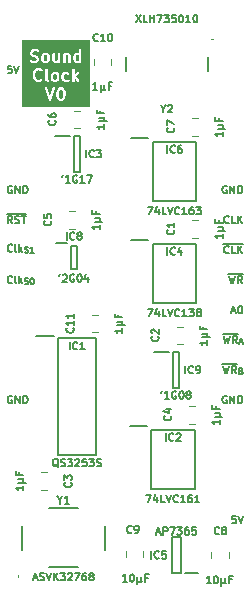
<source format=gto>
%TF.GenerationSoftware,KiCad,Pcbnew,7.0.5*%
%TF.CreationDate,2024-01-27T15:52:53+02:00*%
%TF.ProjectId,Sound Clock,536f756e-6420-4436-9c6f-636b2e6b6963,rev?*%
%TF.SameCoordinates,Original*%
%TF.FileFunction,Legend,Top*%
%TF.FilePolarity,Positive*%
%FSLAX46Y46*%
G04 Gerber Fmt 4.6, Leading zero omitted, Abs format (unit mm)*
G04 Created by KiCad (PCBNEW 7.0.5) date 2024-01-27 15:52:53*
%MOMM*%
%LPD*%
G01*
G04 APERTURE LIST*
%ADD10C,0.150000*%
%ADD11C,0.200000*%
%ADD12C,0.100000*%
%ADD13C,0.120000*%
G04 APERTURE END LIST*
D10*
X90722255Y-58070963D02*
X90419874Y-58070963D01*
X90419874Y-58070963D02*
X90389636Y-58373344D01*
X90389636Y-58373344D02*
X90419874Y-58343105D01*
X90419874Y-58343105D02*
X90480350Y-58312867D01*
X90480350Y-58312867D02*
X90631541Y-58312867D01*
X90631541Y-58312867D02*
X90692017Y-58343105D01*
X90692017Y-58343105D02*
X90722255Y-58373344D01*
X90722255Y-58373344D02*
X90752493Y-58433820D01*
X90752493Y-58433820D02*
X90752493Y-58585010D01*
X90752493Y-58585010D02*
X90722255Y-58645486D01*
X90722255Y-58645486D02*
X90692017Y-58675725D01*
X90692017Y-58675725D02*
X90631541Y-58705963D01*
X90631541Y-58705963D02*
X90480350Y-58705963D01*
X90480350Y-58705963D02*
X90419874Y-58675725D01*
X90419874Y-58675725D02*
X90389636Y-58645486D01*
X90933922Y-58070963D02*
X91145588Y-58705963D01*
X91145588Y-58705963D02*
X91357255Y-58070963D01*
X109695839Y-96170963D02*
X109393458Y-96170963D01*
X109393458Y-96170963D02*
X109363220Y-96473344D01*
X109363220Y-96473344D02*
X109393458Y-96443105D01*
X109393458Y-96443105D02*
X109453934Y-96412867D01*
X109453934Y-96412867D02*
X109605125Y-96412867D01*
X109605125Y-96412867D02*
X109665601Y-96443105D01*
X109665601Y-96443105D02*
X109695839Y-96473344D01*
X109695839Y-96473344D02*
X109726077Y-96533820D01*
X109726077Y-96533820D02*
X109726077Y-96685010D01*
X109726077Y-96685010D02*
X109695839Y-96745486D01*
X109695839Y-96745486D02*
X109665601Y-96775725D01*
X109665601Y-96775725D02*
X109605125Y-96805963D01*
X109605125Y-96805963D02*
X109453934Y-96805963D01*
X109453934Y-96805963D02*
X109393458Y-96775725D01*
X109393458Y-96775725D02*
X109363220Y-96745486D01*
X109907506Y-96170963D02*
X110119172Y-96805963D01*
X110119172Y-96805963D02*
X110330839Y-96170963D01*
X108613316Y-83470963D02*
X108764506Y-84105963D01*
X108764506Y-84105963D02*
X108885459Y-83652391D01*
X108885459Y-83652391D02*
X109006411Y-84105963D01*
X109006411Y-84105963D02*
X109157602Y-83470963D01*
X109762363Y-84105963D02*
X109550696Y-83803582D01*
X109399506Y-84105963D02*
X109399506Y-83470963D01*
X109399506Y-83470963D02*
X109641411Y-83470963D01*
X109641411Y-83470963D02*
X109701887Y-83501201D01*
X109701887Y-83501201D02*
X109732125Y-83531439D01*
X109732125Y-83531439D02*
X109762363Y-83591915D01*
X109762363Y-83591915D02*
X109762363Y-83682629D01*
X109762363Y-83682629D02*
X109732125Y-83743105D01*
X109732125Y-83743105D02*
X109701887Y-83773344D01*
X109701887Y-83773344D02*
X109641411Y-83803582D01*
X109641411Y-83803582D02*
X109399506Y-83803582D01*
X108586102Y-83294675D02*
X109819816Y-83294675D01*
X110173601Y-83910020D02*
X110246173Y-83934210D01*
X110246173Y-83934210D02*
X110270363Y-83958401D01*
X110270363Y-83958401D02*
X110294554Y-84006782D01*
X110294554Y-84006782D02*
X110294554Y-84079353D01*
X110294554Y-84079353D02*
X110270363Y-84127734D01*
X110270363Y-84127734D02*
X110246173Y-84151925D01*
X110246173Y-84151925D02*
X110197792Y-84176115D01*
X110197792Y-84176115D02*
X110004268Y-84176115D01*
X110004268Y-84176115D02*
X110004268Y-83668115D01*
X110004268Y-83668115D02*
X110173601Y-83668115D01*
X110173601Y-83668115D02*
X110221982Y-83692305D01*
X110221982Y-83692305D02*
X110246173Y-83716496D01*
X110246173Y-83716496D02*
X110270363Y-83764877D01*
X110270363Y-83764877D02*
X110270363Y-83813258D01*
X110270363Y-83813258D02*
X110246173Y-83861639D01*
X110246173Y-83861639D02*
X110221982Y-83885829D01*
X110221982Y-83885829D02*
X110173601Y-83910020D01*
X110173601Y-83910020D02*
X110004268Y-83910020D01*
X108939887Y-68261201D02*
X108879411Y-68230963D01*
X108879411Y-68230963D02*
X108788697Y-68230963D01*
X108788697Y-68230963D02*
X108697982Y-68261201D01*
X108697982Y-68261201D02*
X108637506Y-68321677D01*
X108637506Y-68321677D02*
X108607268Y-68382153D01*
X108607268Y-68382153D02*
X108577030Y-68503105D01*
X108577030Y-68503105D02*
X108577030Y-68593820D01*
X108577030Y-68593820D02*
X108607268Y-68714772D01*
X108607268Y-68714772D02*
X108637506Y-68775248D01*
X108637506Y-68775248D02*
X108697982Y-68835725D01*
X108697982Y-68835725D02*
X108788697Y-68865963D01*
X108788697Y-68865963D02*
X108849173Y-68865963D01*
X108849173Y-68865963D02*
X108939887Y-68835725D01*
X108939887Y-68835725D02*
X108970125Y-68805486D01*
X108970125Y-68805486D02*
X108970125Y-68593820D01*
X108970125Y-68593820D02*
X108849173Y-68593820D01*
X109242268Y-68865963D02*
X109242268Y-68230963D01*
X109242268Y-68230963D02*
X109605125Y-68865963D01*
X109605125Y-68865963D02*
X109605125Y-68230963D01*
X109907506Y-68865963D02*
X109907506Y-68230963D01*
X109907506Y-68230963D02*
X110058696Y-68230963D01*
X110058696Y-68230963D02*
X110149411Y-68261201D01*
X110149411Y-68261201D02*
X110209887Y-68321677D01*
X110209887Y-68321677D02*
X110240125Y-68382153D01*
X110240125Y-68382153D02*
X110270363Y-68503105D01*
X110270363Y-68503105D02*
X110270363Y-68593820D01*
X110270363Y-68593820D02*
X110240125Y-68714772D01*
X110240125Y-68714772D02*
X110209887Y-68775248D01*
X110209887Y-68775248D02*
X110149411Y-68835725D01*
X110149411Y-68835725D02*
X110058696Y-68865963D01*
X110058696Y-68865963D02*
X109907506Y-68865963D01*
X90752493Y-86041201D02*
X90692017Y-86010963D01*
X90692017Y-86010963D02*
X90601303Y-86010963D01*
X90601303Y-86010963D02*
X90510588Y-86041201D01*
X90510588Y-86041201D02*
X90450112Y-86101677D01*
X90450112Y-86101677D02*
X90419874Y-86162153D01*
X90419874Y-86162153D02*
X90389636Y-86283105D01*
X90389636Y-86283105D02*
X90389636Y-86373820D01*
X90389636Y-86373820D02*
X90419874Y-86494772D01*
X90419874Y-86494772D02*
X90450112Y-86555248D01*
X90450112Y-86555248D02*
X90510588Y-86615725D01*
X90510588Y-86615725D02*
X90601303Y-86645963D01*
X90601303Y-86645963D02*
X90661779Y-86645963D01*
X90661779Y-86645963D02*
X90752493Y-86615725D01*
X90752493Y-86615725D02*
X90782731Y-86585486D01*
X90782731Y-86585486D02*
X90782731Y-86373820D01*
X90782731Y-86373820D02*
X90661779Y-86373820D01*
X91054874Y-86645963D02*
X91054874Y-86010963D01*
X91054874Y-86010963D02*
X91417731Y-86645963D01*
X91417731Y-86645963D02*
X91417731Y-86010963D01*
X91720112Y-86645963D02*
X91720112Y-86010963D01*
X91720112Y-86010963D02*
X91871302Y-86010963D01*
X91871302Y-86010963D02*
X91962017Y-86041201D01*
X91962017Y-86041201D02*
X92022493Y-86101677D01*
X92022493Y-86101677D02*
X92052731Y-86162153D01*
X92052731Y-86162153D02*
X92082969Y-86283105D01*
X92082969Y-86283105D02*
X92082969Y-86373820D01*
X92082969Y-86373820D02*
X92052731Y-86494772D01*
X92052731Y-86494772D02*
X92022493Y-86555248D01*
X92022493Y-86555248D02*
X91962017Y-86615725D01*
X91962017Y-86615725D02*
X91871302Y-86645963D01*
X91871302Y-86645963D02*
X91720112Y-86645963D01*
X90782731Y-76425486D02*
X90752493Y-76455725D01*
X90752493Y-76455725D02*
X90661779Y-76485963D01*
X90661779Y-76485963D02*
X90601303Y-76485963D01*
X90601303Y-76485963D02*
X90510588Y-76455725D01*
X90510588Y-76455725D02*
X90450112Y-76395248D01*
X90450112Y-76395248D02*
X90419874Y-76334772D01*
X90419874Y-76334772D02*
X90389636Y-76213820D01*
X90389636Y-76213820D02*
X90389636Y-76123105D01*
X90389636Y-76123105D02*
X90419874Y-76002153D01*
X90419874Y-76002153D02*
X90450112Y-75941677D01*
X90450112Y-75941677D02*
X90510588Y-75881201D01*
X90510588Y-75881201D02*
X90601303Y-75850963D01*
X90601303Y-75850963D02*
X90661779Y-75850963D01*
X90661779Y-75850963D02*
X90752493Y-75881201D01*
X90752493Y-75881201D02*
X90782731Y-75911439D01*
X91145588Y-76485963D02*
X91085112Y-76455725D01*
X91085112Y-76455725D02*
X91054874Y-76395248D01*
X91054874Y-76395248D02*
X91054874Y-75850963D01*
X91387493Y-76485963D02*
X91387493Y-75850963D01*
X91447969Y-76244058D02*
X91629398Y-76485963D01*
X91629398Y-76062629D02*
X91387493Y-76304534D01*
X91847112Y-76531925D02*
X91919684Y-76556115D01*
X91919684Y-76556115D02*
X92040636Y-76556115D01*
X92040636Y-76556115D02*
X92089017Y-76531925D01*
X92089017Y-76531925D02*
X92113208Y-76507734D01*
X92113208Y-76507734D02*
X92137398Y-76459353D01*
X92137398Y-76459353D02*
X92137398Y-76410972D01*
X92137398Y-76410972D02*
X92113208Y-76362591D01*
X92113208Y-76362591D02*
X92089017Y-76338401D01*
X92089017Y-76338401D02*
X92040636Y-76314210D01*
X92040636Y-76314210D02*
X91943874Y-76290020D01*
X91943874Y-76290020D02*
X91895493Y-76265829D01*
X91895493Y-76265829D02*
X91871303Y-76241639D01*
X91871303Y-76241639D02*
X91847112Y-76193258D01*
X91847112Y-76193258D02*
X91847112Y-76144877D01*
X91847112Y-76144877D02*
X91871303Y-76096496D01*
X91871303Y-76096496D02*
X91895493Y-76072305D01*
X91895493Y-76072305D02*
X91943874Y-76048115D01*
X91943874Y-76048115D02*
X92064827Y-76048115D01*
X92064827Y-76048115D02*
X92137398Y-76072305D01*
X92451875Y-76048115D02*
X92500256Y-76048115D01*
X92500256Y-76048115D02*
X92548637Y-76072305D01*
X92548637Y-76072305D02*
X92572827Y-76096496D01*
X92572827Y-76096496D02*
X92597018Y-76144877D01*
X92597018Y-76144877D02*
X92621208Y-76241639D01*
X92621208Y-76241639D02*
X92621208Y-76362591D01*
X92621208Y-76362591D02*
X92597018Y-76459353D01*
X92597018Y-76459353D02*
X92572827Y-76507734D01*
X92572827Y-76507734D02*
X92548637Y-76531925D01*
X92548637Y-76531925D02*
X92500256Y-76556115D01*
X92500256Y-76556115D02*
X92451875Y-76556115D01*
X92451875Y-76556115D02*
X92403494Y-76531925D01*
X92403494Y-76531925D02*
X92379303Y-76507734D01*
X92379303Y-76507734D02*
X92355113Y-76459353D01*
X92355113Y-76459353D02*
X92330922Y-76362591D01*
X92330922Y-76362591D02*
X92330922Y-76241639D01*
X92330922Y-76241639D02*
X92355113Y-76144877D01*
X92355113Y-76144877D02*
X92379303Y-76096496D01*
X92379303Y-76096496D02*
X92403494Y-76072305D01*
X92403494Y-76072305D02*
X92451875Y-76048115D01*
X90782731Y-71405963D02*
X90571064Y-71103582D01*
X90419874Y-71405963D02*
X90419874Y-70770963D01*
X90419874Y-70770963D02*
X90661779Y-70770963D01*
X90661779Y-70770963D02*
X90722255Y-70801201D01*
X90722255Y-70801201D02*
X90752493Y-70831439D01*
X90752493Y-70831439D02*
X90782731Y-70891915D01*
X90782731Y-70891915D02*
X90782731Y-70982629D01*
X90782731Y-70982629D02*
X90752493Y-71043105D01*
X90752493Y-71043105D02*
X90722255Y-71073344D01*
X90722255Y-71073344D02*
X90661779Y-71103582D01*
X90661779Y-71103582D02*
X90419874Y-71103582D01*
X91024636Y-71375725D02*
X91115350Y-71405963D01*
X91115350Y-71405963D02*
X91266541Y-71405963D01*
X91266541Y-71405963D02*
X91327017Y-71375725D01*
X91327017Y-71375725D02*
X91357255Y-71345486D01*
X91357255Y-71345486D02*
X91387493Y-71285010D01*
X91387493Y-71285010D02*
X91387493Y-71224534D01*
X91387493Y-71224534D02*
X91357255Y-71164058D01*
X91357255Y-71164058D02*
X91327017Y-71133820D01*
X91327017Y-71133820D02*
X91266541Y-71103582D01*
X91266541Y-71103582D02*
X91145588Y-71073344D01*
X91145588Y-71073344D02*
X91085112Y-71043105D01*
X91085112Y-71043105D02*
X91054874Y-71012867D01*
X91054874Y-71012867D02*
X91024636Y-70952391D01*
X91024636Y-70952391D02*
X91024636Y-70891915D01*
X91024636Y-70891915D02*
X91054874Y-70831439D01*
X91054874Y-70831439D02*
X91085112Y-70801201D01*
X91085112Y-70801201D02*
X91145588Y-70770963D01*
X91145588Y-70770963D02*
X91296779Y-70770963D01*
X91296779Y-70770963D02*
X91387493Y-70801201D01*
X91568922Y-70770963D02*
X91931779Y-70770963D01*
X91750350Y-71405963D02*
X91750350Y-70770963D01*
X90332184Y-70594675D02*
X91928756Y-70594675D01*
X109121315Y-73885486D02*
X109091077Y-73915725D01*
X109091077Y-73915725D02*
X109000363Y-73945963D01*
X109000363Y-73945963D02*
X108939887Y-73945963D01*
X108939887Y-73945963D02*
X108849172Y-73915725D01*
X108849172Y-73915725D02*
X108788696Y-73855248D01*
X108788696Y-73855248D02*
X108758458Y-73794772D01*
X108758458Y-73794772D02*
X108728220Y-73673820D01*
X108728220Y-73673820D02*
X108728220Y-73583105D01*
X108728220Y-73583105D02*
X108758458Y-73462153D01*
X108758458Y-73462153D02*
X108788696Y-73401677D01*
X108788696Y-73401677D02*
X108849172Y-73341201D01*
X108849172Y-73341201D02*
X108939887Y-73310963D01*
X108939887Y-73310963D02*
X109000363Y-73310963D01*
X109000363Y-73310963D02*
X109091077Y-73341201D01*
X109091077Y-73341201D02*
X109121315Y-73371439D01*
X109695839Y-73945963D02*
X109393458Y-73945963D01*
X109393458Y-73945963D02*
X109393458Y-73310963D01*
X109907506Y-73945963D02*
X109907506Y-73310963D01*
X110270363Y-73945963D02*
X109998220Y-73583105D01*
X110270363Y-73310963D02*
X109907506Y-73673820D01*
X108670768Y-73134675D02*
X110327816Y-73134675D01*
X108685887Y-80930963D02*
X108837077Y-81565963D01*
X108837077Y-81565963D02*
X108958030Y-81112391D01*
X108958030Y-81112391D02*
X109078982Y-81565963D01*
X109078982Y-81565963D02*
X109230173Y-80930963D01*
X109834934Y-81565963D02*
X109623267Y-81263582D01*
X109472077Y-81565963D02*
X109472077Y-80930963D01*
X109472077Y-80930963D02*
X109713982Y-80930963D01*
X109713982Y-80930963D02*
X109774458Y-80961201D01*
X109774458Y-80961201D02*
X109804696Y-80991439D01*
X109804696Y-80991439D02*
X109834934Y-81051915D01*
X109834934Y-81051915D02*
X109834934Y-81142629D01*
X109834934Y-81142629D02*
X109804696Y-81203105D01*
X109804696Y-81203105D02*
X109774458Y-81233344D01*
X109774458Y-81233344D02*
X109713982Y-81263582D01*
X109713982Y-81263582D02*
X109472077Y-81263582D01*
X108658673Y-80754675D02*
X109892387Y-80754675D01*
X110052648Y-81490972D02*
X110294553Y-81490972D01*
X110004267Y-81636115D02*
X110173601Y-81128115D01*
X110173601Y-81128115D02*
X110342934Y-81636115D01*
X90782731Y-73758486D02*
X90752493Y-73788725D01*
X90752493Y-73788725D02*
X90661779Y-73818963D01*
X90661779Y-73818963D02*
X90601303Y-73818963D01*
X90601303Y-73818963D02*
X90510588Y-73788725D01*
X90510588Y-73788725D02*
X90450112Y-73728248D01*
X90450112Y-73728248D02*
X90419874Y-73667772D01*
X90419874Y-73667772D02*
X90389636Y-73546820D01*
X90389636Y-73546820D02*
X90389636Y-73456105D01*
X90389636Y-73456105D02*
X90419874Y-73335153D01*
X90419874Y-73335153D02*
X90450112Y-73274677D01*
X90450112Y-73274677D02*
X90510588Y-73214201D01*
X90510588Y-73214201D02*
X90601303Y-73183963D01*
X90601303Y-73183963D02*
X90661779Y-73183963D01*
X90661779Y-73183963D02*
X90752493Y-73214201D01*
X90752493Y-73214201D02*
X90782731Y-73244439D01*
X91145588Y-73818963D02*
X91085112Y-73788725D01*
X91085112Y-73788725D02*
X91054874Y-73728248D01*
X91054874Y-73728248D02*
X91054874Y-73183963D01*
X91387493Y-73818963D02*
X91387493Y-73183963D01*
X91447969Y-73577058D02*
X91629398Y-73818963D01*
X91629398Y-73395629D02*
X91387493Y-73637534D01*
X91847112Y-73864925D02*
X91919684Y-73889115D01*
X91919684Y-73889115D02*
X92040636Y-73889115D01*
X92040636Y-73889115D02*
X92089017Y-73864925D01*
X92089017Y-73864925D02*
X92113208Y-73840734D01*
X92113208Y-73840734D02*
X92137398Y-73792353D01*
X92137398Y-73792353D02*
X92137398Y-73743972D01*
X92137398Y-73743972D02*
X92113208Y-73695591D01*
X92113208Y-73695591D02*
X92089017Y-73671401D01*
X92089017Y-73671401D02*
X92040636Y-73647210D01*
X92040636Y-73647210D02*
X91943874Y-73623020D01*
X91943874Y-73623020D02*
X91895493Y-73598829D01*
X91895493Y-73598829D02*
X91871303Y-73574639D01*
X91871303Y-73574639D02*
X91847112Y-73526258D01*
X91847112Y-73526258D02*
X91847112Y-73477877D01*
X91847112Y-73477877D02*
X91871303Y-73429496D01*
X91871303Y-73429496D02*
X91895493Y-73405305D01*
X91895493Y-73405305D02*
X91943874Y-73381115D01*
X91943874Y-73381115D02*
X92064827Y-73381115D01*
X92064827Y-73381115D02*
X92137398Y-73405305D01*
X92621208Y-73889115D02*
X92330922Y-73889115D01*
X92476065Y-73889115D02*
X92476065Y-73381115D01*
X92476065Y-73381115D02*
X92427684Y-73453686D01*
X92427684Y-73453686D02*
X92379303Y-73502067D01*
X92379303Y-73502067D02*
X92330922Y-73526258D01*
X109121315Y-71345486D02*
X109091077Y-71375725D01*
X109091077Y-71375725D02*
X109000363Y-71405963D01*
X109000363Y-71405963D02*
X108939887Y-71405963D01*
X108939887Y-71405963D02*
X108849172Y-71375725D01*
X108849172Y-71375725D02*
X108788696Y-71315248D01*
X108788696Y-71315248D02*
X108758458Y-71254772D01*
X108758458Y-71254772D02*
X108728220Y-71133820D01*
X108728220Y-71133820D02*
X108728220Y-71043105D01*
X108728220Y-71043105D02*
X108758458Y-70922153D01*
X108758458Y-70922153D02*
X108788696Y-70861677D01*
X108788696Y-70861677D02*
X108849172Y-70801201D01*
X108849172Y-70801201D02*
X108939887Y-70770963D01*
X108939887Y-70770963D02*
X109000363Y-70770963D01*
X109000363Y-70770963D02*
X109091077Y-70801201D01*
X109091077Y-70801201D02*
X109121315Y-70831439D01*
X109695839Y-71405963D02*
X109393458Y-71405963D01*
X109393458Y-71405963D02*
X109393458Y-70770963D01*
X109907506Y-71405963D02*
X109907506Y-70770963D01*
X110270363Y-71405963D02*
X109998220Y-71043105D01*
X110270363Y-70770963D02*
X109907506Y-71133820D01*
X109121316Y-75850963D02*
X109272506Y-76485963D01*
X109272506Y-76485963D02*
X109393459Y-76032391D01*
X109393459Y-76032391D02*
X109514411Y-76485963D01*
X109514411Y-76485963D02*
X109665602Y-75850963D01*
X110270363Y-76485963D02*
X110058696Y-76183582D01*
X109907506Y-76485963D02*
X109907506Y-75850963D01*
X109907506Y-75850963D02*
X110149411Y-75850963D01*
X110149411Y-75850963D02*
X110209887Y-75881201D01*
X110209887Y-75881201D02*
X110240125Y-75911439D01*
X110240125Y-75911439D02*
X110270363Y-75971915D01*
X110270363Y-75971915D02*
X110270363Y-76062629D01*
X110270363Y-76062629D02*
X110240125Y-76123105D01*
X110240125Y-76123105D02*
X110209887Y-76153344D01*
X110209887Y-76153344D02*
X110149411Y-76183582D01*
X110149411Y-76183582D02*
X109907506Y-76183582D01*
X109094102Y-75674675D02*
X110327816Y-75674675D01*
D11*
G36*
X95000192Y-60084023D02*
G01*
X95024862Y-60108693D01*
X95060313Y-60179595D01*
X95102285Y-60347482D01*
X95102285Y-60560954D01*
X95060313Y-60728842D01*
X95024862Y-60799743D01*
X95000191Y-60824414D01*
X94940584Y-60854219D01*
X94892558Y-60854219D01*
X94832951Y-60824415D01*
X94808280Y-60799743D01*
X94772828Y-60728840D01*
X94730857Y-60560954D01*
X94730857Y-60347482D01*
X94772828Y-60179595D01*
X94808280Y-60108692D01*
X94832950Y-60084023D01*
X94892558Y-60054219D01*
X94940584Y-60054219D01*
X95000192Y-60084023D01*
G37*
G36*
X94524002Y-58807356D02*
G01*
X94548672Y-58832026D01*
X94578476Y-58891633D01*
X94578476Y-59130135D01*
X94548672Y-59189743D01*
X94524001Y-59214414D01*
X94464394Y-59244219D01*
X94368749Y-59244219D01*
X94309142Y-59214415D01*
X94284471Y-59189743D01*
X94254667Y-59130135D01*
X94254667Y-58891634D01*
X94284471Y-58832025D01*
X94309141Y-58807356D01*
X94368749Y-58777552D01*
X94464394Y-58777552D01*
X94524002Y-58807356D01*
G37*
G36*
X93714478Y-57197356D02*
G01*
X93739147Y-57222025D01*
X93768952Y-57281633D01*
X93768952Y-57520136D01*
X93739148Y-57579743D01*
X93714477Y-57604414D01*
X93654870Y-57634219D01*
X93559225Y-57634219D01*
X93499618Y-57604415D01*
X93474947Y-57579743D01*
X93445143Y-57520135D01*
X93445143Y-57281634D01*
X93474947Y-57222025D01*
X93499617Y-57197356D01*
X93559225Y-57167552D01*
X93654870Y-57167552D01*
X93714478Y-57197356D01*
G37*
G36*
X96435619Y-57176974D02*
G01*
X96435619Y-57624796D01*
X96416775Y-57634219D01*
X96273511Y-57634219D01*
X96213904Y-57604415D01*
X96189233Y-57579743D01*
X96159429Y-57520135D01*
X96159429Y-57281634D01*
X96189233Y-57222025D01*
X96213903Y-57197355D01*
X96273511Y-57167552D01*
X96416775Y-57167552D01*
X96435619Y-57176974D01*
G37*
G36*
X97366572Y-61529857D02*
G01*
X91609429Y-61529857D01*
X91609429Y-59957986D01*
X93574322Y-59957986D01*
X93911220Y-60968679D01*
X93910813Y-60979949D01*
X93920328Y-60996002D01*
X93921488Y-60999482D01*
X93927622Y-61008309D01*
X93940756Y-61030467D01*
X93944232Y-61032209D01*
X93946450Y-61035400D01*
X93970241Y-61045242D01*
X93993258Y-61056776D01*
X93997121Y-61056362D01*
X94000715Y-61057849D01*
X94026045Y-61053266D01*
X94051650Y-61050526D01*
X94054680Y-61048086D01*
X94058502Y-61047395D01*
X94077328Y-61029851D01*
X94097392Y-61013698D01*
X94098621Y-61010009D01*
X94101465Y-61007360D01*
X94107821Y-60982409D01*
X94245613Y-60569033D01*
X94526721Y-60569033D01*
X94530857Y-60585577D01*
X94530857Y-60587645D01*
X94534336Y-60599495D01*
X94577141Y-60770715D01*
X94575902Y-60782200D01*
X94584123Y-60798643D01*
X94584949Y-60801945D01*
X94590534Y-60811465D01*
X94631044Y-60892484D01*
X94634621Y-60908927D01*
X94654104Y-60928410D01*
X94672873Y-60948588D01*
X94674765Y-60949071D01*
X94694137Y-60968444D01*
X94702730Y-60982911D01*
X94727368Y-60995230D01*
X94751559Y-61008440D01*
X94753508Y-61008300D01*
X94819413Y-61041253D01*
X94839589Y-61054219D01*
X94860024Y-61054219D01*
X94880140Y-61057839D01*
X94888868Y-61054219D01*
X94958805Y-61054219D01*
X94982648Y-61056793D01*
X95000924Y-61047654D01*
X95020537Y-61041896D01*
X95026725Y-61034754D01*
X95092933Y-61001650D01*
X95109377Y-60998073D01*
X95128862Y-60978587D01*
X95149036Y-60959822D01*
X95149520Y-60957928D01*
X95168893Y-60938555D01*
X95183358Y-60929964D01*
X95195675Y-60905329D01*
X95208887Y-60881133D01*
X95208747Y-60879185D01*
X95236142Y-60824395D01*
X95244559Y-60816482D01*
X95249018Y-60798643D01*
X95250539Y-60795603D01*
X95252492Y-60784748D01*
X95295308Y-60613485D01*
X95302285Y-60602629D01*
X95302285Y-60585577D01*
X95302787Y-60583570D01*
X95302285Y-60571223D01*
X95302285Y-60351629D01*
X95306421Y-60339404D01*
X95302285Y-60322859D01*
X95302285Y-60320792D01*
X95298805Y-60308941D01*
X95256000Y-60137720D01*
X95257240Y-60126236D01*
X95249018Y-60109792D01*
X95248193Y-60106492D01*
X95242609Y-60096975D01*
X95202096Y-60015949D01*
X95198520Y-59999509D01*
X95179045Y-59980034D01*
X95160269Y-59959848D01*
X95158374Y-59959363D01*
X95139004Y-59939993D01*
X95130412Y-59925527D01*
X95105777Y-59913209D01*
X95081582Y-59899998D01*
X95079632Y-59900137D01*
X95013731Y-59867186D01*
X94993553Y-59854219D01*
X94973117Y-59854219D01*
X94953002Y-59850599D01*
X94944274Y-59854219D01*
X94874336Y-59854219D01*
X94850493Y-59851645D01*
X94832215Y-59860783D01*
X94812605Y-59866542D01*
X94806417Y-59873683D01*
X94740206Y-59906788D01*
X94723766Y-59910365D01*
X94704291Y-59929839D01*
X94684105Y-59948616D01*
X94683620Y-59950510D01*
X94664250Y-59969880D01*
X94649784Y-59978473D01*
X94637466Y-60003107D01*
X94624255Y-60027303D01*
X94624394Y-60029252D01*
X94597000Y-60084040D01*
X94588583Y-60091955D01*
X94584123Y-60109795D01*
X94582603Y-60112835D01*
X94580650Y-60123686D01*
X94537833Y-60294951D01*
X94530857Y-60305808D01*
X94530857Y-60322859D01*
X94530355Y-60324867D01*
X94530857Y-60337213D01*
X94530857Y-60556807D01*
X94526721Y-60569033D01*
X94245613Y-60569033D01*
X94444557Y-59972201D01*
X94446138Y-59928490D01*
X94416195Y-59877972D01*
X94363693Y-59851662D01*
X94305301Y-59857913D01*
X94259559Y-59894740D01*
X94011809Y-60637990D01*
X93768797Y-59908955D01*
X93743835Y-59873038D01*
X93689570Y-59850589D01*
X93631783Y-59861042D01*
X93588819Y-59901078D01*
X93574322Y-59957986D01*
X91609429Y-59957986D01*
X91609429Y-58911414D01*
X92526721Y-58911414D01*
X92530857Y-58927958D01*
X92530857Y-58930026D01*
X92534336Y-58941876D01*
X92577141Y-59113096D01*
X92575902Y-59124581D01*
X92584123Y-59141023D01*
X92584949Y-59144326D01*
X92590534Y-59153846D01*
X92631044Y-59234865D01*
X92634621Y-59251308D01*
X92654103Y-59270790D01*
X92672873Y-59290969D01*
X92674765Y-59291452D01*
X92746810Y-59363498D01*
X92761854Y-59382183D01*
X92781239Y-59388644D01*
X92799179Y-59398441D01*
X92808605Y-59397766D01*
X92920671Y-59435121D01*
X92934827Y-59444219D01*
X92962382Y-59444219D01*
X92989919Y-59445215D01*
X92991599Y-59444219D01*
X93046888Y-59444219D01*
X93063195Y-59448373D01*
X93089334Y-59439659D01*
X93115775Y-59431896D01*
X93117054Y-59430419D01*
X93228793Y-59393172D01*
X93252234Y-59388073D01*
X93266686Y-59373620D01*
X93283466Y-59361959D01*
X93287077Y-59353228D01*
X93330783Y-59309522D01*
X93351744Y-59271133D01*
X93348073Y-59219819D01*
X93575902Y-59219819D01*
X93585040Y-59238096D01*
X93590799Y-59257708D01*
X93597939Y-59263895D01*
X93625259Y-59318535D01*
X93625122Y-59322420D01*
X93638266Y-59344550D01*
X93643082Y-59354182D01*
X93645585Y-59356873D01*
X93655111Y-59372911D01*
X93665193Y-59377952D01*
X93672873Y-59386208D01*
X93690949Y-59390830D01*
X93789472Y-59440092D01*
X93832521Y-59447839D01*
X93886766Y-59425341D01*
X93920236Y-59377088D01*
X93922306Y-59318399D01*
X93892317Y-59267908D01*
X93800630Y-59222064D01*
X93778476Y-59177755D01*
X93778476Y-58879216D01*
X94051047Y-58879216D01*
X94054667Y-58887944D01*
X94054667Y-59148356D01*
X94052093Y-59172200D01*
X94061231Y-59190476D01*
X94066990Y-59210089D01*
X94074131Y-59216277D01*
X94107235Y-59282484D01*
X94110812Y-59298927D01*
X94130295Y-59318410D01*
X94149064Y-59338588D01*
X94150956Y-59339071D01*
X94170328Y-59358444D01*
X94178921Y-59372911D01*
X94203559Y-59385230D01*
X94227750Y-59398440D01*
X94229699Y-59398300D01*
X94295604Y-59431253D01*
X94315780Y-59444219D01*
X94336215Y-59444219D01*
X94356331Y-59447839D01*
X94365059Y-59444219D01*
X94482615Y-59444219D01*
X94506458Y-59446793D01*
X94524734Y-59437654D01*
X94544347Y-59431896D01*
X94550535Y-59424754D01*
X94616743Y-59391650D01*
X94633187Y-59388073D01*
X94652672Y-59368587D01*
X94672846Y-59349822D01*
X94673330Y-59347928D01*
X94692703Y-59328555D01*
X94707168Y-59319964D01*
X94719485Y-59295329D01*
X94732697Y-59271133D01*
X94732557Y-59269185D01*
X94765510Y-59203280D01*
X94778476Y-59183105D01*
X94778476Y-59162669D01*
X94782096Y-59142554D01*
X94778476Y-59133825D01*
X94778476Y-58879216D01*
X94955809Y-58879216D01*
X94959429Y-58887944D01*
X94959428Y-59148356D01*
X94956855Y-59172200D01*
X94965993Y-59190476D01*
X94971752Y-59210089D01*
X94978893Y-59216277D01*
X95011997Y-59282484D01*
X95015574Y-59298927D01*
X95035057Y-59318410D01*
X95053826Y-59338588D01*
X95055718Y-59339071D01*
X95075090Y-59358444D01*
X95083683Y-59372911D01*
X95108321Y-59385230D01*
X95132512Y-59398440D01*
X95134461Y-59398300D01*
X95200366Y-59431253D01*
X95220542Y-59444219D01*
X95240977Y-59444219D01*
X95261093Y-59447839D01*
X95269821Y-59444219D01*
X95434996Y-59444219D01*
X95458839Y-59446793D01*
X95477115Y-59437654D01*
X95496728Y-59431896D01*
X95502916Y-59424754D01*
X95593201Y-59379612D01*
X95625227Y-59349822D01*
X95639776Y-59292927D01*
X95621256Y-59237199D01*
X95575546Y-59200329D01*
X95517160Y-59194026D01*
X95416775Y-59244219D01*
X95273511Y-59244219D01*
X95213904Y-59214415D01*
X95189233Y-59189743D01*
X95159429Y-59130135D01*
X95159429Y-59036350D01*
X95862351Y-59036350D01*
X95864191Y-59062079D01*
X95864191Y-59358598D01*
X95876514Y-59400566D01*
X95920896Y-59439023D01*
X95979023Y-59447380D01*
X96032442Y-59422985D01*
X96064191Y-59373582D01*
X96064191Y-59136282D01*
X96273770Y-59415722D01*
X96308810Y-59441903D01*
X96367389Y-59446039D01*
X96418905Y-59417849D01*
X96447003Y-59366281D01*
X96442761Y-59307710D01*
X96191466Y-58972649D01*
X96426021Y-58738096D01*
X96446983Y-58699706D01*
X96442793Y-58641130D01*
X96407601Y-58594119D01*
X96352578Y-58573596D01*
X96295195Y-58586079D01*
X96064191Y-58817082D01*
X96064191Y-58329840D01*
X96051868Y-58287872D01*
X96007486Y-58249415D01*
X95949359Y-58241058D01*
X95895940Y-58265453D01*
X95864191Y-58314856D01*
X95864191Y-59032980D01*
X95862351Y-59036350D01*
X95159429Y-59036350D01*
X95159429Y-58891634D01*
X95189233Y-58832025D01*
X95213903Y-58807356D01*
X95273511Y-58777552D01*
X95416775Y-58777552D01*
X95503758Y-58821044D01*
X95546807Y-58828791D01*
X95601052Y-58806293D01*
X95634522Y-58758040D01*
X95636592Y-58699351D01*
X95606603Y-58648860D01*
X95489922Y-58590519D01*
X95469744Y-58577552D01*
X95449308Y-58577552D01*
X95429193Y-58573932D01*
X95420465Y-58577552D01*
X95255289Y-58577552D01*
X95231446Y-58574978D01*
X95213168Y-58584116D01*
X95193558Y-58589875D01*
X95187370Y-58597016D01*
X95121159Y-58630121D01*
X95104719Y-58633698D01*
X95085244Y-58653172D01*
X95065058Y-58671949D01*
X95064573Y-58673843D01*
X95045203Y-58693213D01*
X95030737Y-58701806D01*
X95018419Y-58726440D01*
X95005208Y-58750636D01*
X95005347Y-58752585D01*
X94972396Y-58818486D01*
X94959429Y-58838665D01*
X94959429Y-58859100D01*
X94955809Y-58879216D01*
X94778476Y-58879216D01*
X94778476Y-58873412D01*
X94781050Y-58849569D01*
X94771911Y-58831291D01*
X94766153Y-58811681D01*
X94759011Y-58805493D01*
X94725906Y-58739282D01*
X94722330Y-58722842D01*
X94702855Y-58703367D01*
X94684079Y-58683181D01*
X94682184Y-58682696D01*
X94662814Y-58663326D01*
X94654222Y-58648860D01*
X94629587Y-58636542D01*
X94605392Y-58623331D01*
X94603442Y-58623470D01*
X94537541Y-58590519D01*
X94517363Y-58577552D01*
X94496927Y-58577552D01*
X94476812Y-58573932D01*
X94468084Y-58577552D01*
X94350527Y-58577552D01*
X94326684Y-58574978D01*
X94308406Y-58584116D01*
X94288796Y-58589875D01*
X94282608Y-58597016D01*
X94216397Y-58630121D01*
X94199957Y-58633698D01*
X94180482Y-58653172D01*
X94160296Y-58671949D01*
X94159811Y-58673843D01*
X94140441Y-58693213D01*
X94125975Y-58701806D01*
X94113657Y-58726440D01*
X94100446Y-58750636D01*
X94100585Y-58752585D01*
X94067634Y-58818486D01*
X94054667Y-58838665D01*
X94054667Y-58859100D01*
X94051047Y-58879216D01*
X93778476Y-58879216D01*
X93778476Y-58329840D01*
X93766153Y-58287872D01*
X93721771Y-58249415D01*
X93663644Y-58241058D01*
X93610225Y-58265453D01*
X93578476Y-58314856D01*
X93578476Y-59195975D01*
X93575902Y-59219819D01*
X93348073Y-59219819D01*
X93347554Y-59212557D01*
X93312361Y-59165546D01*
X93257338Y-59145023D01*
X93199955Y-59157507D01*
X93148266Y-59209196D01*
X93043201Y-59244219D01*
X92980417Y-59244219D01*
X92875351Y-59209197D01*
X92808280Y-59142124D01*
X92772828Y-59071221D01*
X92730857Y-58903335D01*
X92730857Y-58785101D01*
X92772828Y-58617214D01*
X92808280Y-58546311D01*
X92875350Y-58479241D01*
X92980416Y-58444219D01*
X93043200Y-58444219D01*
X93148267Y-58479241D01*
X93189361Y-58520335D01*
X93227750Y-58541297D01*
X93286326Y-58537107D01*
X93333337Y-58501915D01*
X93353860Y-58446892D01*
X93341377Y-58389509D01*
X93276801Y-58324933D01*
X93261763Y-58306255D01*
X93242377Y-58299793D01*
X93224439Y-58289998D01*
X93215014Y-58290672D01*
X93102946Y-58253316D01*
X93088791Y-58244219D01*
X93061236Y-58244219D01*
X93033698Y-58243223D01*
X93032018Y-58244219D01*
X92976728Y-58244219D01*
X92960423Y-58240065D01*
X92934282Y-58248778D01*
X92907843Y-58256542D01*
X92906563Y-58258018D01*
X92794825Y-58295264D01*
X92771385Y-58300364D01*
X92756932Y-58314816D01*
X92740152Y-58326479D01*
X92736540Y-58335208D01*
X92664249Y-58407500D01*
X92649784Y-58416092D01*
X92637466Y-58440726D01*
X92624255Y-58464922D01*
X92624394Y-58466871D01*
X92597000Y-58521659D01*
X92588583Y-58529574D01*
X92584123Y-58547413D01*
X92582603Y-58550454D01*
X92580650Y-58561305D01*
X92537833Y-58732570D01*
X92530857Y-58743427D01*
X92530857Y-58760478D01*
X92530355Y-58762486D01*
X92530857Y-58774832D01*
X92530857Y-58899188D01*
X92526721Y-58911414D01*
X91609429Y-58911414D01*
X91609429Y-56935883D01*
X92289142Y-56935883D01*
X92292762Y-56944611D01*
X92292762Y-57014547D01*
X92290188Y-57038391D01*
X92299326Y-57056667D01*
X92305085Y-57076280D01*
X92312226Y-57082468D01*
X92345330Y-57148676D01*
X92348908Y-57165119D01*
X92368387Y-57184598D01*
X92387159Y-57204779D01*
X92389052Y-57205263D01*
X92408423Y-57224634D01*
X92417016Y-57239101D01*
X92441652Y-57251419D01*
X92465846Y-57264630D01*
X92467794Y-57264490D01*
X92522584Y-57291885D01*
X92530498Y-57300302D01*
X92548336Y-57304761D01*
X92551377Y-57306282D01*
X92562231Y-57308235D01*
X92738813Y-57352380D01*
X92809716Y-57387832D01*
X92834385Y-57412501D01*
X92864190Y-57472110D01*
X92864190Y-57520135D01*
X92834386Y-57579743D01*
X92809715Y-57604414D01*
X92750108Y-57634219D01*
X92551846Y-57634219D01*
X92410744Y-57587185D01*
X92367032Y-57585604D01*
X92316514Y-57615547D01*
X92290205Y-57668048D01*
X92296455Y-57726441D01*
X92333283Y-57772183D01*
X92492100Y-57825121D01*
X92506256Y-57834219D01*
X92533811Y-57834219D01*
X92561348Y-57835215D01*
X92563028Y-57834219D01*
X92768329Y-57834219D01*
X92792172Y-57836793D01*
X92810448Y-57827654D01*
X92830061Y-57821896D01*
X92836249Y-57814754D01*
X92902457Y-57781650D01*
X92918901Y-57778073D01*
X92938386Y-57758587D01*
X92958560Y-57739822D01*
X92959044Y-57737928D01*
X92978417Y-57718555D01*
X92992882Y-57709964D01*
X93005199Y-57685329D01*
X93018411Y-57661133D01*
X93018271Y-57659185D01*
X93051224Y-57593280D01*
X93064190Y-57573105D01*
X93064190Y-57552669D01*
X93067810Y-57532554D01*
X93064190Y-57523825D01*
X93064189Y-57453888D01*
X93066764Y-57430045D01*
X93057625Y-57411767D01*
X93051867Y-57392157D01*
X93044725Y-57385969D01*
X93011620Y-57319758D01*
X93008044Y-57303318D01*
X92988569Y-57283843D01*
X92974964Y-57269216D01*
X93241523Y-57269216D01*
X93245143Y-57277944D01*
X93245143Y-57538356D01*
X93242569Y-57562200D01*
X93251707Y-57580476D01*
X93257466Y-57600089D01*
X93264607Y-57606277D01*
X93297711Y-57672484D01*
X93301288Y-57688927D01*
X93320771Y-57708410D01*
X93339540Y-57728588D01*
X93341432Y-57729071D01*
X93360804Y-57748444D01*
X93369397Y-57762911D01*
X93394035Y-57775230D01*
X93418226Y-57788440D01*
X93420175Y-57788300D01*
X93486080Y-57821253D01*
X93506256Y-57834219D01*
X93526691Y-57834219D01*
X93546807Y-57837839D01*
X93555535Y-57834219D01*
X93673091Y-57834219D01*
X93696934Y-57836793D01*
X93715210Y-57827654D01*
X93734823Y-57821896D01*
X93741011Y-57814754D01*
X93807219Y-57781650D01*
X93823663Y-57778073D01*
X93843148Y-57758587D01*
X93863322Y-57739822D01*
X93863806Y-57737928D01*
X93883179Y-57718555D01*
X93897644Y-57709964D01*
X93909961Y-57685329D01*
X93923173Y-57661133D01*
X93923033Y-57659185D01*
X93947716Y-57609819D01*
X94194950Y-57609819D01*
X94204088Y-57628096D01*
X94209847Y-57647708D01*
X94216987Y-57653895D01*
X94244307Y-57708535D01*
X94244170Y-57712420D01*
X94257314Y-57734550D01*
X94262130Y-57744182D01*
X94264633Y-57746873D01*
X94274159Y-57762911D01*
X94284241Y-57767952D01*
X94291921Y-57776208D01*
X94309997Y-57780830D01*
X94390842Y-57821253D01*
X94411018Y-57834219D01*
X94431453Y-57834219D01*
X94451569Y-57837839D01*
X94460297Y-57834219D01*
X94577853Y-57834219D01*
X94601696Y-57836793D01*
X94619972Y-57827654D01*
X94639585Y-57821896D01*
X94645773Y-57814754D01*
X94658810Y-57808235D01*
X94682800Y-57829023D01*
X94740927Y-57837380D01*
X94794346Y-57812985D01*
X94826095Y-57763582D01*
X94826095Y-57664502D01*
X94827935Y-57661133D01*
X94826095Y-57635409D01*
X94826095Y-57140636D01*
X95100446Y-57140636D01*
X95102286Y-57166365D01*
X95102286Y-57748598D01*
X95114609Y-57790566D01*
X95158991Y-57829023D01*
X95217118Y-57837380D01*
X95270537Y-57812985D01*
X95302286Y-57763582D01*
X95302286Y-57204211D01*
X95309140Y-57197356D01*
X95368749Y-57167552D01*
X95464394Y-57167552D01*
X95508702Y-57189706D01*
X95530857Y-57234014D01*
X95530857Y-57748598D01*
X95543180Y-57790566D01*
X95587562Y-57829023D01*
X95645689Y-57837380D01*
X95699108Y-57812985D01*
X95730857Y-57763582D01*
X95730857Y-57269216D01*
X95955809Y-57269216D01*
X95959429Y-57277944D01*
X95959428Y-57538356D01*
X95956855Y-57562200D01*
X95965993Y-57580476D01*
X95971752Y-57600089D01*
X95978893Y-57606277D01*
X96011997Y-57672484D01*
X96015574Y-57688927D01*
X96035057Y-57708410D01*
X96053826Y-57728588D01*
X96055718Y-57729071D01*
X96075090Y-57748444D01*
X96083683Y-57762911D01*
X96108321Y-57775230D01*
X96132512Y-57788440D01*
X96134461Y-57788300D01*
X96200366Y-57821253D01*
X96220542Y-57834219D01*
X96240977Y-57834219D01*
X96261093Y-57837839D01*
X96269821Y-57834219D01*
X96434996Y-57834219D01*
X96458839Y-57836793D01*
X96477115Y-57827654D01*
X96487295Y-57824665D01*
X96492324Y-57829023D01*
X96550451Y-57837380D01*
X96603870Y-57812985D01*
X96635619Y-57763582D01*
X96635619Y-57699183D01*
X96639776Y-57682927D01*
X96635619Y-57670418D01*
X96635619Y-57116937D01*
X96636592Y-57089351D01*
X96635619Y-57087712D01*
X96635619Y-56719840D01*
X96623296Y-56677872D01*
X96578914Y-56639415D01*
X96520787Y-56631058D01*
X96467368Y-56655453D01*
X96435619Y-56704856D01*
X96435619Y-56965088D01*
X96429193Y-56963932D01*
X96420465Y-56967552D01*
X96255289Y-56967552D01*
X96231446Y-56964978D01*
X96213168Y-56974116D01*
X96193558Y-56979875D01*
X96187370Y-56987016D01*
X96121159Y-57020121D01*
X96104719Y-57023698D01*
X96085244Y-57043172D01*
X96065058Y-57061949D01*
X96064573Y-57063843D01*
X96045203Y-57083213D01*
X96030737Y-57091806D01*
X96018419Y-57116440D01*
X96005208Y-57140636D01*
X96005347Y-57142585D01*
X95972396Y-57208486D01*
X95959429Y-57228665D01*
X95959429Y-57249100D01*
X95955809Y-57269216D01*
X95730857Y-57269216D01*
X95730857Y-57215793D01*
X95733431Y-57191950D01*
X95724292Y-57173672D01*
X95718534Y-57154062D01*
X95711392Y-57147874D01*
X95684073Y-57093236D01*
X95684211Y-57089351D01*
X95671061Y-57067211D01*
X95666250Y-57057589D01*
X95663749Y-57054900D01*
X95654222Y-57038860D01*
X95644140Y-57033819D01*
X95636460Y-57025562D01*
X95618379Y-57020938D01*
X95537541Y-56980519D01*
X95517363Y-56967552D01*
X95496927Y-56967552D01*
X95476812Y-56963932D01*
X95468084Y-56967552D01*
X95350527Y-56967552D01*
X95326684Y-56964978D01*
X95308406Y-56974116D01*
X95288796Y-56979875D01*
X95282608Y-56987016D01*
X95269570Y-56993534D01*
X95245581Y-56972748D01*
X95187454Y-56964391D01*
X95134035Y-56988786D01*
X95102286Y-57038189D01*
X95102286Y-57137266D01*
X95100446Y-57140636D01*
X94826095Y-57140636D01*
X94826095Y-57053173D01*
X94813772Y-57011205D01*
X94769390Y-56972748D01*
X94711263Y-56964391D01*
X94657844Y-56988786D01*
X94626095Y-57038189D01*
X94626095Y-57597559D01*
X94619239Y-57604414D01*
X94559632Y-57634219D01*
X94463987Y-57634219D01*
X94419678Y-57612064D01*
X94397524Y-57567755D01*
X94397524Y-57053173D01*
X94385201Y-57011205D01*
X94340819Y-56972748D01*
X94282692Y-56964391D01*
X94229273Y-56988786D01*
X94197524Y-57038189D01*
X94197524Y-57585975D01*
X94194950Y-57609819D01*
X93947716Y-57609819D01*
X93955986Y-57593280D01*
X93968952Y-57573105D01*
X93968952Y-57552669D01*
X93972572Y-57532554D01*
X93968952Y-57523825D01*
X93968952Y-57263412D01*
X93971526Y-57239569D01*
X93962387Y-57221291D01*
X93956629Y-57201681D01*
X93949487Y-57195493D01*
X93916382Y-57129282D01*
X93912806Y-57112842D01*
X93893331Y-57093367D01*
X93874555Y-57073181D01*
X93872660Y-57072696D01*
X93853290Y-57053326D01*
X93844698Y-57038860D01*
X93820063Y-57026542D01*
X93795868Y-57013331D01*
X93793918Y-57013470D01*
X93728017Y-56980519D01*
X93707839Y-56967552D01*
X93687403Y-56967552D01*
X93667288Y-56963932D01*
X93658560Y-56967552D01*
X93541003Y-56967552D01*
X93517160Y-56964978D01*
X93498882Y-56974116D01*
X93479272Y-56979875D01*
X93473084Y-56987016D01*
X93406873Y-57020121D01*
X93390433Y-57023698D01*
X93370958Y-57043172D01*
X93350772Y-57061949D01*
X93350287Y-57063843D01*
X93330917Y-57083213D01*
X93316451Y-57091806D01*
X93304133Y-57116440D01*
X93290922Y-57140636D01*
X93291061Y-57142585D01*
X93258110Y-57208486D01*
X93245143Y-57228665D01*
X93245143Y-57249100D01*
X93241523Y-57269216D01*
X92974964Y-57269216D01*
X92969793Y-57263657D01*
X92967898Y-57263172D01*
X92948528Y-57243802D01*
X92939936Y-57229336D01*
X92915301Y-57217018D01*
X92891106Y-57203807D01*
X92889156Y-57203946D01*
X92834368Y-57176552D01*
X92826454Y-57168135D01*
X92808614Y-57163675D01*
X92805574Y-57162155D01*
X92794722Y-57160202D01*
X92618137Y-57116055D01*
X92547236Y-57080605D01*
X92522566Y-57055935D01*
X92492762Y-56996326D01*
X92492762Y-56948301D01*
X92522566Y-56888692D01*
X92547236Y-56864022D01*
X92606844Y-56834219D01*
X92805105Y-56834219D01*
X92946208Y-56881253D01*
X92989919Y-56882834D01*
X93040437Y-56852891D01*
X93066747Y-56800389D01*
X93060496Y-56741997D01*
X93023668Y-56696255D01*
X92864851Y-56643316D01*
X92850696Y-56634219D01*
X92823141Y-56634219D01*
X92795603Y-56633223D01*
X92793923Y-56634219D01*
X92588622Y-56634219D01*
X92564779Y-56631645D01*
X92546501Y-56640783D01*
X92526891Y-56646542D01*
X92520703Y-56653683D01*
X92454492Y-56686788D01*
X92438052Y-56690365D01*
X92418577Y-56709839D01*
X92398391Y-56728616D01*
X92397906Y-56730510D01*
X92378536Y-56749880D01*
X92364070Y-56758473D01*
X92351752Y-56783107D01*
X92338541Y-56807303D01*
X92338680Y-56809252D01*
X92305729Y-56875153D01*
X92292762Y-56895332D01*
X92292762Y-56915767D01*
X92289142Y-56935883D01*
X91609429Y-56935883D01*
X91609429Y-55924143D01*
X97366572Y-55924143D01*
X97366572Y-61529857D01*
G37*
D10*
X108939887Y-86041201D02*
X108879411Y-86010963D01*
X108879411Y-86010963D02*
X108788697Y-86010963D01*
X108788697Y-86010963D02*
X108697982Y-86041201D01*
X108697982Y-86041201D02*
X108637506Y-86101677D01*
X108637506Y-86101677D02*
X108607268Y-86162153D01*
X108607268Y-86162153D02*
X108577030Y-86283105D01*
X108577030Y-86283105D02*
X108577030Y-86373820D01*
X108577030Y-86373820D02*
X108607268Y-86494772D01*
X108607268Y-86494772D02*
X108637506Y-86555248D01*
X108637506Y-86555248D02*
X108697982Y-86615725D01*
X108697982Y-86615725D02*
X108788697Y-86645963D01*
X108788697Y-86645963D02*
X108849173Y-86645963D01*
X108849173Y-86645963D02*
X108939887Y-86615725D01*
X108939887Y-86615725D02*
X108970125Y-86585486D01*
X108970125Y-86585486D02*
X108970125Y-86373820D01*
X108970125Y-86373820D02*
X108849173Y-86373820D01*
X109242268Y-86645963D02*
X109242268Y-86010963D01*
X109242268Y-86010963D02*
X109605125Y-86645963D01*
X109605125Y-86645963D02*
X109605125Y-86010963D01*
X109907506Y-86645963D02*
X109907506Y-86010963D01*
X109907506Y-86010963D02*
X110058696Y-86010963D01*
X110058696Y-86010963D02*
X110149411Y-86041201D01*
X110149411Y-86041201D02*
X110209887Y-86101677D01*
X110209887Y-86101677D02*
X110240125Y-86162153D01*
X110240125Y-86162153D02*
X110270363Y-86283105D01*
X110270363Y-86283105D02*
X110270363Y-86373820D01*
X110270363Y-86373820D02*
X110240125Y-86494772D01*
X110240125Y-86494772D02*
X110209887Y-86555248D01*
X110209887Y-86555248D02*
X110149411Y-86615725D01*
X110149411Y-86615725D02*
X110058696Y-86645963D01*
X110058696Y-86645963D02*
X109907506Y-86645963D01*
X109363220Y-78844534D02*
X109665601Y-78844534D01*
X109302744Y-79025963D02*
X109514410Y-78390963D01*
X109514410Y-78390963D02*
X109726077Y-79025963D01*
X110058696Y-78390963D02*
X110119173Y-78390963D01*
X110119173Y-78390963D02*
X110179649Y-78421201D01*
X110179649Y-78421201D02*
X110209887Y-78451439D01*
X110209887Y-78451439D02*
X110240125Y-78511915D01*
X110240125Y-78511915D02*
X110270363Y-78632867D01*
X110270363Y-78632867D02*
X110270363Y-78784058D01*
X110270363Y-78784058D02*
X110240125Y-78905010D01*
X110240125Y-78905010D02*
X110209887Y-78965486D01*
X110209887Y-78965486D02*
X110179649Y-78995725D01*
X110179649Y-78995725D02*
X110119173Y-79025963D01*
X110119173Y-79025963D02*
X110058696Y-79025963D01*
X110058696Y-79025963D02*
X109998220Y-78995725D01*
X109998220Y-78995725D02*
X109967982Y-78965486D01*
X109967982Y-78965486D02*
X109937744Y-78905010D01*
X109937744Y-78905010D02*
X109907506Y-78784058D01*
X109907506Y-78784058D02*
X109907506Y-78632867D01*
X109907506Y-78632867D02*
X109937744Y-78511915D01*
X109937744Y-78511915D02*
X109967982Y-78451439D01*
X109967982Y-78451439D02*
X109998220Y-78421201D01*
X109998220Y-78421201D02*
X110058696Y-78390963D01*
X90752493Y-68261201D02*
X90692017Y-68230963D01*
X90692017Y-68230963D02*
X90601303Y-68230963D01*
X90601303Y-68230963D02*
X90510588Y-68261201D01*
X90510588Y-68261201D02*
X90450112Y-68321677D01*
X90450112Y-68321677D02*
X90419874Y-68382153D01*
X90419874Y-68382153D02*
X90389636Y-68503105D01*
X90389636Y-68503105D02*
X90389636Y-68593820D01*
X90389636Y-68593820D02*
X90419874Y-68714772D01*
X90419874Y-68714772D02*
X90450112Y-68775248D01*
X90450112Y-68775248D02*
X90510588Y-68835725D01*
X90510588Y-68835725D02*
X90601303Y-68865963D01*
X90601303Y-68865963D02*
X90661779Y-68865963D01*
X90661779Y-68865963D02*
X90752493Y-68835725D01*
X90752493Y-68835725D02*
X90782731Y-68805486D01*
X90782731Y-68805486D02*
X90782731Y-68593820D01*
X90782731Y-68593820D02*
X90661779Y-68593820D01*
X91054874Y-68865963D02*
X91054874Y-68230963D01*
X91054874Y-68230963D02*
X91417731Y-68865963D01*
X91417731Y-68865963D02*
X91417731Y-68230963D01*
X91720112Y-68865963D02*
X91720112Y-68230963D01*
X91720112Y-68230963D02*
X91871302Y-68230963D01*
X91871302Y-68230963D02*
X91962017Y-68261201D01*
X91962017Y-68261201D02*
X92022493Y-68321677D01*
X92022493Y-68321677D02*
X92052731Y-68382153D01*
X92052731Y-68382153D02*
X92082969Y-68503105D01*
X92082969Y-68503105D02*
X92082969Y-68593820D01*
X92082969Y-68593820D02*
X92052731Y-68714772D01*
X92052731Y-68714772D02*
X92022493Y-68775248D01*
X92022493Y-68775248D02*
X91962017Y-68835725D01*
X91962017Y-68835725D02*
X91871302Y-68865963D01*
X91871302Y-68865963D02*
X91720112Y-68865963D01*
%TO.C,Y2*%
X103583618Y-61705582D02*
X103583618Y-62007963D01*
X103371952Y-61372963D02*
X103583618Y-61705582D01*
X103583618Y-61705582D02*
X103795285Y-61372963D01*
X103976714Y-61433439D02*
X104006952Y-61403201D01*
X104006952Y-61403201D02*
X104067428Y-61372963D01*
X104067428Y-61372963D02*
X104218619Y-61372963D01*
X104218619Y-61372963D02*
X104279095Y-61403201D01*
X104279095Y-61403201D02*
X104309333Y-61433439D01*
X104309333Y-61433439D02*
X104339571Y-61493915D01*
X104339571Y-61493915D02*
X104339571Y-61554391D01*
X104339571Y-61554391D02*
X104309333Y-61645105D01*
X104309333Y-61645105D02*
X103946476Y-62007963D01*
X103946476Y-62007963D02*
X104339571Y-62007963D01*
X101270404Y-53752963D02*
X101693737Y-54387963D01*
X101693737Y-53752963D02*
X101270404Y-54387963D01*
X102238023Y-54387963D02*
X101935642Y-54387963D01*
X101935642Y-54387963D02*
X101935642Y-53752963D01*
X102449690Y-54387963D02*
X102449690Y-53752963D01*
X102449690Y-54055344D02*
X102812547Y-54055344D01*
X102812547Y-54387963D02*
X102812547Y-53752963D01*
X103054452Y-53752963D02*
X103477785Y-53752963D01*
X103477785Y-53752963D02*
X103205642Y-54387963D01*
X103659214Y-53752963D02*
X104052309Y-53752963D01*
X104052309Y-53752963D02*
X103840642Y-53994867D01*
X103840642Y-53994867D02*
X103931357Y-53994867D01*
X103931357Y-53994867D02*
X103991833Y-54025105D01*
X103991833Y-54025105D02*
X104022071Y-54055344D01*
X104022071Y-54055344D02*
X104052309Y-54115820D01*
X104052309Y-54115820D02*
X104052309Y-54267010D01*
X104052309Y-54267010D02*
X104022071Y-54327486D01*
X104022071Y-54327486D02*
X103991833Y-54357725D01*
X103991833Y-54357725D02*
X103931357Y-54387963D01*
X103931357Y-54387963D02*
X103749928Y-54387963D01*
X103749928Y-54387963D02*
X103689452Y-54357725D01*
X103689452Y-54357725D02*
X103659214Y-54327486D01*
X104626833Y-53752963D02*
X104324452Y-53752963D01*
X104324452Y-53752963D02*
X104294214Y-54055344D01*
X104294214Y-54055344D02*
X104324452Y-54025105D01*
X104324452Y-54025105D02*
X104384928Y-53994867D01*
X104384928Y-53994867D02*
X104536119Y-53994867D01*
X104536119Y-53994867D02*
X104596595Y-54025105D01*
X104596595Y-54025105D02*
X104626833Y-54055344D01*
X104626833Y-54055344D02*
X104657071Y-54115820D01*
X104657071Y-54115820D02*
X104657071Y-54267010D01*
X104657071Y-54267010D02*
X104626833Y-54327486D01*
X104626833Y-54327486D02*
X104596595Y-54357725D01*
X104596595Y-54357725D02*
X104536119Y-54387963D01*
X104536119Y-54387963D02*
X104384928Y-54387963D01*
X104384928Y-54387963D02*
X104324452Y-54357725D01*
X104324452Y-54357725D02*
X104294214Y-54327486D01*
X105050166Y-53752963D02*
X105110643Y-53752963D01*
X105110643Y-53752963D02*
X105171119Y-53783201D01*
X105171119Y-53783201D02*
X105201357Y-53813439D01*
X105201357Y-53813439D02*
X105231595Y-53873915D01*
X105231595Y-53873915D02*
X105261833Y-53994867D01*
X105261833Y-53994867D02*
X105261833Y-54146058D01*
X105261833Y-54146058D02*
X105231595Y-54267010D01*
X105231595Y-54267010D02*
X105201357Y-54327486D01*
X105201357Y-54327486D02*
X105171119Y-54357725D01*
X105171119Y-54357725D02*
X105110643Y-54387963D01*
X105110643Y-54387963D02*
X105050166Y-54387963D01*
X105050166Y-54387963D02*
X104989690Y-54357725D01*
X104989690Y-54357725D02*
X104959452Y-54327486D01*
X104959452Y-54327486D02*
X104929214Y-54267010D01*
X104929214Y-54267010D02*
X104898976Y-54146058D01*
X104898976Y-54146058D02*
X104898976Y-53994867D01*
X104898976Y-53994867D02*
X104929214Y-53873915D01*
X104929214Y-53873915D02*
X104959452Y-53813439D01*
X104959452Y-53813439D02*
X104989690Y-53783201D01*
X104989690Y-53783201D02*
X105050166Y-53752963D01*
X105866595Y-54387963D02*
X105503738Y-54387963D01*
X105685166Y-54387963D02*
X105685166Y-53752963D01*
X105685166Y-53752963D02*
X105624690Y-53843677D01*
X105624690Y-53843677D02*
X105564214Y-53904153D01*
X105564214Y-53904153D02*
X105503738Y-53934391D01*
X106259690Y-53752963D02*
X106320167Y-53752963D01*
X106320167Y-53752963D02*
X106380643Y-53783201D01*
X106380643Y-53783201D02*
X106410881Y-53813439D01*
X106410881Y-53813439D02*
X106441119Y-53873915D01*
X106441119Y-53873915D02*
X106471357Y-53994867D01*
X106471357Y-53994867D02*
X106471357Y-54146058D01*
X106471357Y-54146058D02*
X106441119Y-54267010D01*
X106441119Y-54267010D02*
X106410881Y-54327486D01*
X106410881Y-54327486D02*
X106380643Y-54357725D01*
X106380643Y-54357725D02*
X106320167Y-54387963D01*
X106320167Y-54387963D02*
X106259690Y-54387963D01*
X106259690Y-54387963D02*
X106199214Y-54357725D01*
X106199214Y-54357725D02*
X106168976Y-54327486D01*
X106168976Y-54327486D02*
X106138738Y-54267010D01*
X106138738Y-54267010D02*
X106108500Y-54146058D01*
X106108500Y-54146058D02*
X106108500Y-53994867D01*
X106108500Y-53994867D02*
X106138738Y-53873915D01*
X106138738Y-53873915D02*
X106168976Y-53813439D01*
X106168976Y-53813439D02*
X106199214Y-53783201D01*
X106199214Y-53783201D02*
X106259690Y-53752963D01*
%TO.C,Y1*%
X94820618Y-94852582D02*
X94820618Y-95154963D01*
X94608952Y-94519963D02*
X94820618Y-94852582D01*
X94820618Y-94852582D02*
X95032285Y-94519963D01*
X95576571Y-95154963D02*
X95213714Y-95154963D01*
X95395142Y-95154963D02*
X95395142Y-94519963D01*
X95395142Y-94519963D02*
X95334666Y-94610677D01*
X95334666Y-94610677D02*
X95274190Y-94671153D01*
X95274190Y-94671153D02*
X95213714Y-94701391D01*
X92567880Y-101450534D02*
X92870261Y-101450534D01*
X92507404Y-101631963D02*
X92719070Y-100996963D01*
X92719070Y-100996963D02*
X92930737Y-101631963D01*
X93112166Y-101601725D02*
X93202880Y-101631963D01*
X93202880Y-101631963D02*
X93354071Y-101631963D01*
X93354071Y-101631963D02*
X93414547Y-101601725D01*
X93414547Y-101601725D02*
X93444785Y-101571486D01*
X93444785Y-101571486D02*
X93475023Y-101511010D01*
X93475023Y-101511010D02*
X93475023Y-101450534D01*
X93475023Y-101450534D02*
X93444785Y-101390058D01*
X93444785Y-101390058D02*
X93414547Y-101359820D01*
X93414547Y-101359820D02*
X93354071Y-101329582D01*
X93354071Y-101329582D02*
X93233118Y-101299344D01*
X93233118Y-101299344D02*
X93172642Y-101269105D01*
X93172642Y-101269105D02*
X93142404Y-101238867D01*
X93142404Y-101238867D02*
X93112166Y-101178391D01*
X93112166Y-101178391D02*
X93112166Y-101117915D01*
X93112166Y-101117915D02*
X93142404Y-101057439D01*
X93142404Y-101057439D02*
X93172642Y-101027201D01*
X93172642Y-101027201D02*
X93233118Y-100996963D01*
X93233118Y-100996963D02*
X93384309Y-100996963D01*
X93384309Y-100996963D02*
X93475023Y-101027201D01*
X93656452Y-100996963D02*
X93868118Y-101631963D01*
X93868118Y-101631963D02*
X94079785Y-100996963D01*
X94291452Y-101631963D02*
X94291452Y-100996963D01*
X94654309Y-101631963D02*
X94382166Y-101269105D01*
X94654309Y-100996963D02*
X94291452Y-101359820D01*
X94865976Y-100996963D02*
X95259071Y-100996963D01*
X95259071Y-100996963D02*
X95047404Y-101238867D01*
X95047404Y-101238867D02*
X95138119Y-101238867D01*
X95138119Y-101238867D02*
X95198595Y-101269105D01*
X95198595Y-101269105D02*
X95228833Y-101299344D01*
X95228833Y-101299344D02*
X95259071Y-101359820D01*
X95259071Y-101359820D02*
X95259071Y-101511010D01*
X95259071Y-101511010D02*
X95228833Y-101571486D01*
X95228833Y-101571486D02*
X95198595Y-101601725D01*
X95198595Y-101601725D02*
X95138119Y-101631963D01*
X95138119Y-101631963D02*
X94956690Y-101631963D01*
X94956690Y-101631963D02*
X94896214Y-101601725D01*
X94896214Y-101601725D02*
X94865976Y-101571486D01*
X95500976Y-101057439D02*
X95531214Y-101027201D01*
X95531214Y-101027201D02*
X95591690Y-100996963D01*
X95591690Y-100996963D02*
X95742881Y-100996963D01*
X95742881Y-100996963D02*
X95803357Y-101027201D01*
X95803357Y-101027201D02*
X95833595Y-101057439D01*
X95833595Y-101057439D02*
X95863833Y-101117915D01*
X95863833Y-101117915D02*
X95863833Y-101178391D01*
X95863833Y-101178391D02*
X95833595Y-101269105D01*
X95833595Y-101269105D02*
X95470738Y-101631963D01*
X95470738Y-101631963D02*
X95863833Y-101631963D01*
X96075500Y-100996963D02*
X96498833Y-100996963D01*
X96498833Y-100996963D02*
X96226690Y-101631963D01*
X97012881Y-100996963D02*
X96891928Y-100996963D01*
X96891928Y-100996963D02*
X96831452Y-101027201D01*
X96831452Y-101027201D02*
X96801214Y-101057439D01*
X96801214Y-101057439D02*
X96740738Y-101148153D01*
X96740738Y-101148153D02*
X96710500Y-101269105D01*
X96710500Y-101269105D02*
X96710500Y-101511010D01*
X96710500Y-101511010D02*
X96740738Y-101571486D01*
X96740738Y-101571486D02*
X96770976Y-101601725D01*
X96770976Y-101601725D02*
X96831452Y-101631963D01*
X96831452Y-101631963D02*
X96952405Y-101631963D01*
X96952405Y-101631963D02*
X97012881Y-101601725D01*
X97012881Y-101601725D02*
X97043119Y-101571486D01*
X97043119Y-101571486D02*
X97073357Y-101511010D01*
X97073357Y-101511010D02*
X97073357Y-101359820D01*
X97073357Y-101359820D02*
X97043119Y-101299344D01*
X97043119Y-101299344D02*
X97012881Y-101269105D01*
X97012881Y-101269105D02*
X96952405Y-101238867D01*
X96952405Y-101238867D02*
X96831452Y-101238867D01*
X96831452Y-101238867D02*
X96770976Y-101269105D01*
X96770976Y-101269105D02*
X96740738Y-101299344D01*
X96740738Y-101299344D02*
X96710500Y-101359820D01*
X97436214Y-101269105D02*
X97375738Y-101238867D01*
X97375738Y-101238867D02*
X97345500Y-101208629D01*
X97345500Y-101208629D02*
X97315262Y-101148153D01*
X97315262Y-101148153D02*
X97315262Y-101117915D01*
X97315262Y-101117915D02*
X97345500Y-101057439D01*
X97345500Y-101057439D02*
X97375738Y-101027201D01*
X97375738Y-101027201D02*
X97436214Y-100996963D01*
X97436214Y-100996963D02*
X97557167Y-100996963D01*
X97557167Y-100996963D02*
X97617643Y-101027201D01*
X97617643Y-101027201D02*
X97647881Y-101057439D01*
X97647881Y-101057439D02*
X97678119Y-101117915D01*
X97678119Y-101117915D02*
X97678119Y-101148153D01*
X97678119Y-101148153D02*
X97647881Y-101208629D01*
X97647881Y-101208629D02*
X97617643Y-101238867D01*
X97617643Y-101238867D02*
X97557167Y-101269105D01*
X97557167Y-101269105D02*
X97436214Y-101269105D01*
X97436214Y-101269105D02*
X97375738Y-101299344D01*
X97375738Y-101299344D02*
X97345500Y-101329582D01*
X97345500Y-101329582D02*
X97315262Y-101390058D01*
X97315262Y-101390058D02*
X97315262Y-101511010D01*
X97315262Y-101511010D02*
X97345500Y-101571486D01*
X97345500Y-101571486D02*
X97375738Y-101601725D01*
X97375738Y-101601725D02*
X97436214Y-101631963D01*
X97436214Y-101631963D02*
X97557167Y-101631963D01*
X97557167Y-101631963D02*
X97617643Y-101601725D01*
X97617643Y-101601725D02*
X97647881Y-101571486D01*
X97647881Y-101571486D02*
X97678119Y-101511010D01*
X97678119Y-101511010D02*
X97678119Y-101390058D01*
X97678119Y-101390058D02*
X97647881Y-101329582D01*
X97647881Y-101329582D02*
X97617643Y-101299344D01*
X97617643Y-101299344D02*
X97557167Y-101269105D01*
%TO.C,IC9*%
X105425119Y-84105963D02*
X105425119Y-83470963D01*
X106090357Y-84045486D02*
X106060119Y-84075725D01*
X106060119Y-84075725D02*
X105969405Y-84105963D01*
X105969405Y-84105963D02*
X105908929Y-84105963D01*
X105908929Y-84105963D02*
X105818214Y-84075725D01*
X105818214Y-84075725D02*
X105757738Y-84015248D01*
X105757738Y-84015248D02*
X105727500Y-83954772D01*
X105727500Y-83954772D02*
X105697262Y-83833820D01*
X105697262Y-83833820D02*
X105697262Y-83743105D01*
X105697262Y-83743105D02*
X105727500Y-83622153D01*
X105727500Y-83622153D02*
X105757738Y-83561677D01*
X105757738Y-83561677D02*
X105818214Y-83501201D01*
X105818214Y-83501201D02*
X105908929Y-83470963D01*
X105908929Y-83470963D02*
X105969405Y-83470963D01*
X105969405Y-83470963D02*
X106060119Y-83501201D01*
X106060119Y-83501201D02*
X106090357Y-83531439D01*
X106392738Y-84105963D02*
X106513690Y-84105963D01*
X106513690Y-84105963D02*
X106574167Y-84075725D01*
X106574167Y-84075725D02*
X106604405Y-84045486D01*
X106604405Y-84045486D02*
X106664881Y-83954772D01*
X106664881Y-83954772D02*
X106695119Y-83833820D01*
X106695119Y-83833820D02*
X106695119Y-83591915D01*
X106695119Y-83591915D02*
X106664881Y-83531439D01*
X106664881Y-83531439D02*
X106634643Y-83501201D01*
X106634643Y-83501201D02*
X106574167Y-83470963D01*
X106574167Y-83470963D02*
X106453214Y-83470963D01*
X106453214Y-83470963D02*
X106392738Y-83501201D01*
X106392738Y-83501201D02*
X106362500Y-83531439D01*
X106362500Y-83531439D02*
X106332262Y-83591915D01*
X106332262Y-83591915D02*
X106332262Y-83743105D01*
X106332262Y-83743105D02*
X106362500Y-83803582D01*
X106362500Y-83803582D02*
X106392738Y-83833820D01*
X106392738Y-83833820D02*
X106453214Y-83864058D01*
X106453214Y-83864058D02*
X106574167Y-83864058D01*
X106574167Y-83864058D02*
X106634643Y-83833820D01*
X106634643Y-83833820D02*
X106664881Y-83803582D01*
X106664881Y-83803582D02*
X106695119Y-83743105D01*
X103453595Y-85629963D02*
X103393119Y-85750915D01*
X104058357Y-86264963D02*
X103695500Y-86264963D01*
X103876928Y-86264963D02*
X103876928Y-85629963D01*
X103876928Y-85629963D02*
X103816452Y-85720677D01*
X103816452Y-85720677D02*
X103755976Y-85781153D01*
X103755976Y-85781153D02*
X103695500Y-85811391D01*
X104663119Y-85660201D02*
X104602643Y-85629963D01*
X104602643Y-85629963D02*
X104511929Y-85629963D01*
X104511929Y-85629963D02*
X104421214Y-85660201D01*
X104421214Y-85660201D02*
X104360738Y-85720677D01*
X104360738Y-85720677D02*
X104330500Y-85781153D01*
X104330500Y-85781153D02*
X104300262Y-85902105D01*
X104300262Y-85902105D02*
X104300262Y-85992820D01*
X104300262Y-85992820D02*
X104330500Y-86113772D01*
X104330500Y-86113772D02*
X104360738Y-86174248D01*
X104360738Y-86174248D02*
X104421214Y-86234725D01*
X104421214Y-86234725D02*
X104511929Y-86264963D01*
X104511929Y-86264963D02*
X104572405Y-86264963D01*
X104572405Y-86264963D02*
X104663119Y-86234725D01*
X104663119Y-86234725D02*
X104693357Y-86204486D01*
X104693357Y-86204486D02*
X104693357Y-85992820D01*
X104693357Y-85992820D02*
X104572405Y-85992820D01*
X105086452Y-85629963D02*
X105146929Y-85629963D01*
X105146929Y-85629963D02*
X105207405Y-85660201D01*
X105207405Y-85660201D02*
X105237643Y-85690439D01*
X105237643Y-85690439D02*
X105267881Y-85750915D01*
X105267881Y-85750915D02*
X105298119Y-85871867D01*
X105298119Y-85871867D02*
X105298119Y-86023058D01*
X105298119Y-86023058D02*
X105267881Y-86144010D01*
X105267881Y-86144010D02*
X105237643Y-86204486D01*
X105237643Y-86204486D02*
X105207405Y-86234725D01*
X105207405Y-86234725D02*
X105146929Y-86264963D01*
X105146929Y-86264963D02*
X105086452Y-86264963D01*
X105086452Y-86264963D02*
X105025976Y-86234725D01*
X105025976Y-86234725D02*
X104995738Y-86204486D01*
X104995738Y-86204486D02*
X104965500Y-86144010D01*
X104965500Y-86144010D02*
X104935262Y-86023058D01*
X104935262Y-86023058D02*
X104935262Y-85871867D01*
X104935262Y-85871867D02*
X104965500Y-85750915D01*
X104965500Y-85750915D02*
X104995738Y-85690439D01*
X104995738Y-85690439D02*
X105025976Y-85660201D01*
X105025976Y-85660201D02*
X105086452Y-85629963D01*
X105660976Y-85902105D02*
X105600500Y-85871867D01*
X105600500Y-85871867D02*
X105570262Y-85841629D01*
X105570262Y-85841629D02*
X105540024Y-85781153D01*
X105540024Y-85781153D02*
X105540024Y-85750915D01*
X105540024Y-85750915D02*
X105570262Y-85690439D01*
X105570262Y-85690439D02*
X105600500Y-85660201D01*
X105600500Y-85660201D02*
X105660976Y-85629963D01*
X105660976Y-85629963D02*
X105781929Y-85629963D01*
X105781929Y-85629963D02*
X105842405Y-85660201D01*
X105842405Y-85660201D02*
X105872643Y-85690439D01*
X105872643Y-85690439D02*
X105902881Y-85750915D01*
X105902881Y-85750915D02*
X105902881Y-85781153D01*
X105902881Y-85781153D02*
X105872643Y-85841629D01*
X105872643Y-85841629D02*
X105842405Y-85871867D01*
X105842405Y-85871867D02*
X105781929Y-85902105D01*
X105781929Y-85902105D02*
X105660976Y-85902105D01*
X105660976Y-85902105D02*
X105600500Y-85932344D01*
X105600500Y-85932344D02*
X105570262Y-85962582D01*
X105570262Y-85962582D02*
X105540024Y-86023058D01*
X105540024Y-86023058D02*
X105540024Y-86144010D01*
X105540024Y-86144010D02*
X105570262Y-86204486D01*
X105570262Y-86204486D02*
X105600500Y-86234725D01*
X105600500Y-86234725D02*
X105660976Y-86264963D01*
X105660976Y-86264963D02*
X105781929Y-86264963D01*
X105781929Y-86264963D02*
X105842405Y-86234725D01*
X105842405Y-86234725D02*
X105872643Y-86204486D01*
X105872643Y-86204486D02*
X105902881Y-86144010D01*
X105902881Y-86144010D02*
X105902881Y-86023058D01*
X105902881Y-86023058D02*
X105872643Y-85962582D01*
X105872643Y-85962582D02*
X105842405Y-85932344D01*
X105842405Y-85932344D02*
X105781929Y-85902105D01*
%TO.C,IC8*%
X95392119Y-72802963D02*
X95392119Y-72167963D01*
X96057357Y-72742486D02*
X96027119Y-72772725D01*
X96027119Y-72772725D02*
X95936405Y-72802963D01*
X95936405Y-72802963D02*
X95875929Y-72802963D01*
X95875929Y-72802963D02*
X95785214Y-72772725D01*
X95785214Y-72772725D02*
X95724738Y-72712248D01*
X95724738Y-72712248D02*
X95694500Y-72651772D01*
X95694500Y-72651772D02*
X95664262Y-72530820D01*
X95664262Y-72530820D02*
X95664262Y-72440105D01*
X95664262Y-72440105D02*
X95694500Y-72319153D01*
X95694500Y-72319153D02*
X95724738Y-72258677D01*
X95724738Y-72258677D02*
X95785214Y-72198201D01*
X95785214Y-72198201D02*
X95875929Y-72167963D01*
X95875929Y-72167963D02*
X95936405Y-72167963D01*
X95936405Y-72167963D02*
X96027119Y-72198201D01*
X96027119Y-72198201D02*
X96057357Y-72228439D01*
X96420214Y-72440105D02*
X96359738Y-72409867D01*
X96359738Y-72409867D02*
X96329500Y-72379629D01*
X96329500Y-72379629D02*
X96299262Y-72319153D01*
X96299262Y-72319153D02*
X96299262Y-72288915D01*
X96299262Y-72288915D02*
X96329500Y-72228439D01*
X96329500Y-72228439D02*
X96359738Y-72198201D01*
X96359738Y-72198201D02*
X96420214Y-72167963D01*
X96420214Y-72167963D02*
X96541167Y-72167963D01*
X96541167Y-72167963D02*
X96601643Y-72198201D01*
X96601643Y-72198201D02*
X96631881Y-72228439D01*
X96631881Y-72228439D02*
X96662119Y-72288915D01*
X96662119Y-72288915D02*
X96662119Y-72319153D01*
X96662119Y-72319153D02*
X96631881Y-72379629D01*
X96631881Y-72379629D02*
X96601643Y-72409867D01*
X96601643Y-72409867D02*
X96541167Y-72440105D01*
X96541167Y-72440105D02*
X96420214Y-72440105D01*
X96420214Y-72440105D02*
X96359738Y-72470344D01*
X96359738Y-72470344D02*
X96329500Y-72500582D01*
X96329500Y-72500582D02*
X96299262Y-72561058D01*
X96299262Y-72561058D02*
X96299262Y-72682010D01*
X96299262Y-72682010D02*
X96329500Y-72742486D01*
X96329500Y-72742486D02*
X96359738Y-72772725D01*
X96359738Y-72772725D02*
X96420214Y-72802963D01*
X96420214Y-72802963D02*
X96541167Y-72802963D01*
X96541167Y-72802963D02*
X96601643Y-72772725D01*
X96601643Y-72772725D02*
X96631881Y-72742486D01*
X96631881Y-72742486D02*
X96662119Y-72682010D01*
X96662119Y-72682010D02*
X96662119Y-72561058D01*
X96662119Y-72561058D02*
X96631881Y-72500582D01*
X96631881Y-72500582D02*
X96601643Y-72470344D01*
X96601643Y-72470344D02*
X96541167Y-72440105D01*
X94817595Y-75723963D02*
X94757119Y-75844915D01*
X95059500Y-75784439D02*
X95089738Y-75754201D01*
X95089738Y-75754201D02*
X95150214Y-75723963D01*
X95150214Y-75723963D02*
X95301405Y-75723963D01*
X95301405Y-75723963D02*
X95361881Y-75754201D01*
X95361881Y-75754201D02*
X95392119Y-75784439D01*
X95392119Y-75784439D02*
X95422357Y-75844915D01*
X95422357Y-75844915D02*
X95422357Y-75905391D01*
X95422357Y-75905391D02*
X95392119Y-75996105D01*
X95392119Y-75996105D02*
X95029262Y-76358963D01*
X95029262Y-76358963D02*
X95422357Y-76358963D01*
X96027119Y-75754201D02*
X95966643Y-75723963D01*
X95966643Y-75723963D02*
X95875929Y-75723963D01*
X95875929Y-75723963D02*
X95785214Y-75754201D01*
X95785214Y-75754201D02*
X95724738Y-75814677D01*
X95724738Y-75814677D02*
X95694500Y-75875153D01*
X95694500Y-75875153D02*
X95664262Y-75996105D01*
X95664262Y-75996105D02*
X95664262Y-76086820D01*
X95664262Y-76086820D02*
X95694500Y-76207772D01*
X95694500Y-76207772D02*
X95724738Y-76268248D01*
X95724738Y-76268248D02*
X95785214Y-76328725D01*
X95785214Y-76328725D02*
X95875929Y-76358963D01*
X95875929Y-76358963D02*
X95936405Y-76358963D01*
X95936405Y-76358963D02*
X96027119Y-76328725D01*
X96027119Y-76328725D02*
X96057357Y-76298486D01*
X96057357Y-76298486D02*
X96057357Y-76086820D01*
X96057357Y-76086820D02*
X95936405Y-76086820D01*
X96450452Y-75723963D02*
X96510929Y-75723963D01*
X96510929Y-75723963D02*
X96571405Y-75754201D01*
X96571405Y-75754201D02*
X96601643Y-75784439D01*
X96601643Y-75784439D02*
X96631881Y-75844915D01*
X96631881Y-75844915D02*
X96662119Y-75965867D01*
X96662119Y-75965867D02*
X96662119Y-76117058D01*
X96662119Y-76117058D02*
X96631881Y-76238010D01*
X96631881Y-76238010D02*
X96601643Y-76298486D01*
X96601643Y-76298486D02*
X96571405Y-76328725D01*
X96571405Y-76328725D02*
X96510929Y-76358963D01*
X96510929Y-76358963D02*
X96450452Y-76358963D01*
X96450452Y-76358963D02*
X96389976Y-76328725D01*
X96389976Y-76328725D02*
X96359738Y-76298486D01*
X96359738Y-76298486D02*
X96329500Y-76238010D01*
X96329500Y-76238010D02*
X96299262Y-76117058D01*
X96299262Y-76117058D02*
X96299262Y-75965867D01*
X96299262Y-75965867D02*
X96329500Y-75844915D01*
X96329500Y-75844915D02*
X96359738Y-75784439D01*
X96359738Y-75784439D02*
X96389976Y-75754201D01*
X96389976Y-75754201D02*
X96450452Y-75723963D01*
X97206405Y-75935629D02*
X97206405Y-76358963D01*
X97055214Y-75693725D02*
X96904024Y-76147296D01*
X96904024Y-76147296D02*
X97297119Y-76147296D01*
%TO.C,IC6*%
X103901119Y-65436963D02*
X103901119Y-64801963D01*
X104566357Y-65376486D02*
X104536119Y-65406725D01*
X104536119Y-65406725D02*
X104445405Y-65436963D01*
X104445405Y-65436963D02*
X104384929Y-65436963D01*
X104384929Y-65436963D02*
X104294214Y-65406725D01*
X104294214Y-65406725D02*
X104233738Y-65346248D01*
X104233738Y-65346248D02*
X104203500Y-65285772D01*
X104203500Y-65285772D02*
X104173262Y-65164820D01*
X104173262Y-65164820D02*
X104173262Y-65074105D01*
X104173262Y-65074105D02*
X104203500Y-64953153D01*
X104203500Y-64953153D02*
X104233738Y-64892677D01*
X104233738Y-64892677D02*
X104294214Y-64832201D01*
X104294214Y-64832201D02*
X104384929Y-64801963D01*
X104384929Y-64801963D02*
X104445405Y-64801963D01*
X104445405Y-64801963D02*
X104536119Y-64832201D01*
X104536119Y-64832201D02*
X104566357Y-64862439D01*
X105110643Y-64801963D02*
X104989690Y-64801963D01*
X104989690Y-64801963D02*
X104929214Y-64832201D01*
X104929214Y-64832201D02*
X104898976Y-64862439D01*
X104898976Y-64862439D02*
X104838500Y-64953153D01*
X104838500Y-64953153D02*
X104808262Y-65074105D01*
X104808262Y-65074105D02*
X104808262Y-65316010D01*
X104808262Y-65316010D02*
X104838500Y-65376486D01*
X104838500Y-65376486D02*
X104868738Y-65406725D01*
X104868738Y-65406725D02*
X104929214Y-65436963D01*
X104929214Y-65436963D02*
X105050167Y-65436963D01*
X105050167Y-65436963D02*
X105110643Y-65406725D01*
X105110643Y-65406725D02*
X105140881Y-65376486D01*
X105140881Y-65376486D02*
X105171119Y-65316010D01*
X105171119Y-65316010D02*
X105171119Y-65164820D01*
X105171119Y-65164820D02*
X105140881Y-65104344D01*
X105140881Y-65104344D02*
X105110643Y-65074105D01*
X105110643Y-65074105D02*
X105050167Y-65043867D01*
X105050167Y-65043867D02*
X104929214Y-65043867D01*
X104929214Y-65043867D02*
X104868738Y-65074105D01*
X104868738Y-65074105D02*
X104838500Y-65104344D01*
X104838500Y-65104344D02*
X104808262Y-65164820D01*
X102253142Y-70008963D02*
X102676475Y-70008963D01*
X102676475Y-70008963D02*
X102404332Y-70643963D01*
X103190523Y-70220629D02*
X103190523Y-70643963D01*
X103039332Y-69978725D02*
X102888142Y-70432296D01*
X102888142Y-70432296D02*
X103281237Y-70432296D01*
X103825523Y-70643963D02*
X103523142Y-70643963D01*
X103523142Y-70643963D02*
X103523142Y-70008963D01*
X103946476Y-70008963D02*
X104158142Y-70643963D01*
X104158142Y-70643963D02*
X104369809Y-70008963D01*
X104944333Y-70583486D02*
X104914095Y-70613725D01*
X104914095Y-70613725D02*
X104823381Y-70643963D01*
X104823381Y-70643963D02*
X104762905Y-70643963D01*
X104762905Y-70643963D02*
X104672190Y-70613725D01*
X104672190Y-70613725D02*
X104611714Y-70553248D01*
X104611714Y-70553248D02*
X104581476Y-70492772D01*
X104581476Y-70492772D02*
X104551238Y-70371820D01*
X104551238Y-70371820D02*
X104551238Y-70281105D01*
X104551238Y-70281105D02*
X104581476Y-70160153D01*
X104581476Y-70160153D02*
X104611714Y-70099677D01*
X104611714Y-70099677D02*
X104672190Y-70039201D01*
X104672190Y-70039201D02*
X104762905Y-70008963D01*
X104762905Y-70008963D02*
X104823381Y-70008963D01*
X104823381Y-70008963D02*
X104914095Y-70039201D01*
X104914095Y-70039201D02*
X104944333Y-70069439D01*
X105549095Y-70643963D02*
X105186238Y-70643963D01*
X105367666Y-70643963D02*
X105367666Y-70008963D01*
X105367666Y-70008963D02*
X105307190Y-70099677D01*
X105307190Y-70099677D02*
X105246714Y-70160153D01*
X105246714Y-70160153D02*
X105186238Y-70190391D01*
X106093381Y-70008963D02*
X105972428Y-70008963D01*
X105972428Y-70008963D02*
X105911952Y-70039201D01*
X105911952Y-70039201D02*
X105881714Y-70069439D01*
X105881714Y-70069439D02*
X105821238Y-70160153D01*
X105821238Y-70160153D02*
X105791000Y-70281105D01*
X105791000Y-70281105D02*
X105791000Y-70523010D01*
X105791000Y-70523010D02*
X105821238Y-70583486D01*
X105821238Y-70583486D02*
X105851476Y-70613725D01*
X105851476Y-70613725D02*
X105911952Y-70643963D01*
X105911952Y-70643963D02*
X106032905Y-70643963D01*
X106032905Y-70643963D02*
X106093381Y-70613725D01*
X106093381Y-70613725D02*
X106123619Y-70583486D01*
X106123619Y-70583486D02*
X106153857Y-70523010D01*
X106153857Y-70523010D02*
X106153857Y-70371820D01*
X106153857Y-70371820D02*
X106123619Y-70311344D01*
X106123619Y-70311344D02*
X106093381Y-70281105D01*
X106093381Y-70281105D02*
X106032905Y-70250867D01*
X106032905Y-70250867D02*
X105911952Y-70250867D01*
X105911952Y-70250867D02*
X105851476Y-70281105D01*
X105851476Y-70281105D02*
X105821238Y-70311344D01*
X105821238Y-70311344D02*
X105791000Y-70371820D01*
X106365524Y-70008963D02*
X106758619Y-70008963D01*
X106758619Y-70008963D02*
X106546952Y-70250867D01*
X106546952Y-70250867D02*
X106637667Y-70250867D01*
X106637667Y-70250867D02*
X106698143Y-70281105D01*
X106698143Y-70281105D02*
X106728381Y-70311344D01*
X106728381Y-70311344D02*
X106758619Y-70371820D01*
X106758619Y-70371820D02*
X106758619Y-70523010D01*
X106758619Y-70523010D02*
X106728381Y-70583486D01*
X106728381Y-70583486D02*
X106698143Y-70613725D01*
X106698143Y-70613725D02*
X106637667Y-70643963D01*
X106637667Y-70643963D02*
X106456238Y-70643963D01*
X106456238Y-70643963D02*
X106395762Y-70613725D01*
X106395762Y-70613725D02*
X106365524Y-70583486D01*
%TO.C,IC5*%
X102534119Y-99787963D02*
X102534119Y-99152963D01*
X103199357Y-99727486D02*
X103169119Y-99757725D01*
X103169119Y-99757725D02*
X103078405Y-99787963D01*
X103078405Y-99787963D02*
X103017929Y-99787963D01*
X103017929Y-99787963D02*
X102927214Y-99757725D01*
X102927214Y-99757725D02*
X102866738Y-99697248D01*
X102866738Y-99697248D02*
X102836500Y-99636772D01*
X102836500Y-99636772D02*
X102806262Y-99515820D01*
X102806262Y-99515820D02*
X102806262Y-99425105D01*
X102806262Y-99425105D02*
X102836500Y-99304153D01*
X102836500Y-99304153D02*
X102866738Y-99243677D01*
X102866738Y-99243677D02*
X102927214Y-99183201D01*
X102927214Y-99183201D02*
X103017929Y-99152963D01*
X103017929Y-99152963D02*
X103078405Y-99152963D01*
X103078405Y-99152963D02*
X103169119Y-99183201D01*
X103169119Y-99183201D02*
X103199357Y-99213439D01*
X103773881Y-99152963D02*
X103471500Y-99152963D01*
X103471500Y-99152963D02*
X103441262Y-99455344D01*
X103441262Y-99455344D02*
X103471500Y-99425105D01*
X103471500Y-99425105D02*
X103531976Y-99394867D01*
X103531976Y-99394867D02*
X103683167Y-99394867D01*
X103683167Y-99394867D02*
X103743643Y-99425105D01*
X103743643Y-99425105D02*
X103773881Y-99455344D01*
X103773881Y-99455344D02*
X103804119Y-99515820D01*
X103804119Y-99515820D02*
X103804119Y-99667010D01*
X103804119Y-99667010D02*
X103773881Y-99727486D01*
X103773881Y-99727486D02*
X103743643Y-99757725D01*
X103743643Y-99757725D02*
X103683167Y-99787963D01*
X103683167Y-99787963D02*
X103531976Y-99787963D01*
X103531976Y-99787963D02*
X103471500Y-99757725D01*
X103471500Y-99757725D02*
X103441262Y-99727486D01*
X102999785Y-97574534D02*
X103302166Y-97574534D01*
X102939309Y-97755963D02*
X103150975Y-97120963D01*
X103150975Y-97120963D02*
X103362642Y-97755963D01*
X103574309Y-97755963D02*
X103574309Y-97120963D01*
X103574309Y-97120963D02*
X103816214Y-97120963D01*
X103816214Y-97120963D02*
X103876690Y-97151201D01*
X103876690Y-97151201D02*
X103906928Y-97181439D01*
X103906928Y-97181439D02*
X103937166Y-97241915D01*
X103937166Y-97241915D02*
X103937166Y-97332629D01*
X103937166Y-97332629D02*
X103906928Y-97393105D01*
X103906928Y-97393105D02*
X103876690Y-97423344D01*
X103876690Y-97423344D02*
X103816214Y-97453582D01*
X103816214Y-97453582D02*
X103574309Y-97453582D01*
X104148833Y-97120963D02*
X104572166Y-97120963D01*
X104572166Y-97120963D02*
X104300023Y-97755963D01*
X104753595Y-97120963D02*
X105146690Y-97120963D01*
X105146690Y-97120963D02*
X104935023Y-97362867D01*
X104935023Y-97362867D02*
X105025738Y-97362867D01*
X105025738Y-97362867D02*
X105086214Y-97393105D01*
X105086214Y-97393105D02*
X105116452Y-97423344D01*
X105116452Y-97423344D02*
X105146690Y-97483820D01*
X105146690Y-97483820D02*
X105146690Y-97635010D01*
X105146690Y-97635010D02*
X105116452Y-97695486D01*
X105116452Y-97695486D02*
X105086214Y-97725725D01*
X105086214Y-97725725D02*
X105025738Y-97755963D01*
X105025738Y-97755963D02*
X104844309Y-97755963D01*
X104844309Y-97755963D02*
X104783833Y-97725725D01*
X104783833Y-97725725D02*
X104753595Y-97695486D01*
X105690976Y-97120963D02*
X105570023Y-97120963D01*
X105570023Y-97120963D02*
X105509547Y-97151201D01*
X105509547Y-97151201D02*
X105479309Y-97181439D01*
X105479309Y-97181439D02*
X105418833Y-97272153D01*
X105418833Y-97272153D02*
X105388595Y-97393105D01*
X105388595Y-97393105D02*
X105388595Y-97635010D01*
X105388595Y-97635010D02*
X105418833Y-97695486D01*
X105418833Y-97695486D02*
X105449071Y-97725725D01*
X105449071Y-97725725D02*
X105509547Y-97755963D01*
X105509547Y-97755963D02*
X105630500Y-97755963D01*
X105630500Y-97755963D02*
X105690976Y-97725725D01*
X105690976Y-97725725D02*
X105721214Y-97695486D01*
X105721214Y-97695486D02*
X105751452Y-97635010D01*
X105751452Y-97635010D02*
X105751452Y-97483820D01*
X105751452Y-97483820D02*
X105721214Y-97423344D01*
X105721214Y-97423344D02*
X105690976Y-97393105D01*
X105690976Y-97393105D02*
X105630500Y-97362867D01*
X105630500Y-97362867D02*
X105509547Y-97362867D01*
X105509547Y-97362867D02*
X105449071Y-97393105D01*
X105449071Y-97393105D02*
X105418833Y-97423344D01*
X105418833Y-97423344D02*
X105388595Y-97483820D01*
X106325976Y-97120963D02*
X106023595Y-97120963D01*
X106023595Y-97120963D02*
X105993357Y-97423344D01*
X105993357Y-97423344D02*
X106023595Y-97393105D01*
X106023595Y-97393105D02*
X106084071Y-97362867D01*
X106084071Y-97362867D02*
X106235262Y-97362867D01*
X106235262Y-97362867D02*
X106295738Y-97393105D01*
X106295738Y-97393105D02*
X106325976Y-97423344D01*
X106325976Y-97423344D02*
X106356214Y-97483820D01*
X106356214Y-97483820D02*
X106356214Y-97635010D01*
X106356214Y-97635010D02*
X106325976Y-97695486D01*
X106325976Y-97695486D02*
X106295738Y-97725725D01*
X106295738Y-97725725D02*
X106235262Y-97755963D01*
X106235262Y-97755963D02*
X106084071Y-97755963D01*
X106084071Y-97755963D02*
X106023595Y-97725725D01*
X106023595Y-97725725D02*
X105993357Y-97695486D01*
%TO.C,IC4*%
X103901119Y-74072963D02*
X103901119Y-73437963D01*
X104566357Y-74012486D02*
X104536119Y-74042725D01*
X104536119Y-74042725D02*
X104445405Y-74072963D01*
X104445405Y-74072963D02*
X104384929Y-74072963D01*
X104384929Y-74072963D02*
X104294214Y-74042725D01*
X104294214Y-74042725D02*
X104233738Y-73982248D01*
X104233738Y-73982248D02*
X104203500Y-73921772D01*
X104203500Y-73921772D02*
X104173262Y-73800820D01*
X104173262Y-73800820D02*
X104173262Y-73710105D01*
X104173262Y-73710105D02*
X104203500Y-73589153D01*
X104203500Y-73589153D02*
X104233738Y-73528677D01*
X104233738Y-73528677D02*
X104294214Y-73468201D01*
X104294214Y-73468201D02*
X104384929Y-73437963D01*
X104384929Y-73437963D02*
X104445405Y-73437963D01*
X104445405Y-73437963D02*
X104536119Y-73468201D01*
X104536119Y-73468201D02*
X104566357Y-73498439D01*
X105110643Y-73649629D02*
X105110643Y-74072963D01*
X104959452Y-73407725D02*
X104808262Y-73861296D01*
X104808262Y-73861296D02*
X105201357Y-73861296D01*
X102253142Y-78644963D02*
X102676475Y-78644963D01*
X102676475Y-78644963D02*
X102404332Y-79279963D01*
X103190523Y-78856629D02*
X103190523Y-79279963D01*
X103039332Y-78614725D02*
X102888142Y-79068296D01*
X102888142Y-79068296D02*
X103281237Y-79068296D01*
X103825523Y-79279963D02*
X103523142Y-79279963D01*
X103523142Y-79279963D02*
X103523142Y-78644963D01*
X103946476Y-78644963D02*
X104158142Y-79279963D01*
X104158142Y-79279963D02*
X104369809Y-78644963D01*
X104944333Y-79219486D02*
X104914095Y-79249725D01*
X104914095Y-79249725D02*
X104823381Y-79279963D01*
X104823381Y-79279963D02*
X104762905Y-79279963D01*
X104762905Y-79279963D02*
X104672190Y-79249725D01*
X104672190Y-79249725D02*
X104611714Y-79189248D01*
X104611714Y-79189248D02*
X104581476Y-79128772D01*
X104581476Y-79128772D02*
X104551238Y-79007820D01*
X104551238Y-79007820D02*
X104551238Y-78917105D01*
X104551238Y-78917105D02*
X104581476Y-78796153D01*
X104581476Y-78796153D02*
X104611714Y-78735677D01*
X104611714Y-78735677D02*
X104672190Y-78675201D01*
X104672190Y-78675201D02*
X104762905Y-78644963D01*
X104762905Y-78644963D02*
X104823381Y-78644963D01*
X104823381Y-78644963D02*
X104914095Y-78675201D01*
X104914095Y-78675201D02*
X104944333Y-78705439D01*
X105549095Y-79279963D02*
X105186238Y-79279963D01*
X105367666Y-79279963D02*
X105367666Y-78644963D01*
X105367666Y-78644963D02*
X105307190Y-78735677D01*
X105307190Y-78735677D02*
X105246714Y-78796153D01*
X105246714Y-78796153D02*
X105186238Y-78826391D01*
X105760762Y-78644963D02*
X106153857Y-78644963D01*
X106153857Y-78644963D02*
X105942190Y-78886867D01*
X105942190Y-78886867D02*
X106032905Y-78886867D01*
X106032905Y-78886867D02*
X106093381Y-78917105D01*
X106093381Y-78917105D02*
X106123619Y-78947344D01*
X106123619Y-78947344D02*
X106153857Y-79007820D01*
X106153857Y-79007820D02*
X106153857Y-79159010D01*
X106153857Y-79159010D02*
X106123619Y-79219486D01*
X106123619Y-79219486D02*
X106093381Y-79249725D01*
X106093381Y-79249725D02*
X106032905Y-79279963D01*
X106032905Y-79279963D02*
X105851476Y-79279963D01*
X105851476Y-79279963D02*
X105791000Y-79249725D01*
X105791000Y-79249725D02*
X105760762Y-79219486D01*
X106516714Y-78917105D02*
X106456238Y-78886867D01*
X106456238Y-78886867D02*
X106426000Y-78856629D01*
X106426000Y-78856629D02*
X106395762Y-78796153D01*
X106395762Y-78796153D02*
X106395762Y-78765915D01*
X106395762Y-78765915D02*
X106426000Y-78705439D01*
X106426000Y-78705439D02*
X106456238Y-78675201D01*
X106456238Y-78675201D02*
X106516714Y-78644963D01*
X106516714Y-78644963D02*
X106637667Y-78644963D01*
X106637667Y-78644963D02*
X106698143Y-78675201D01*
X106698143Y-78675201D02*
X106728381Y-78705439D01*
X106728381Y-78705439D02*
X106758619Y-78765915D01*
X106758619Y-78765915D02*
X106758619Y-78796153D01*
X106758619Y-78796153D02*
X106728381Y-78856629D01*
X106728381Y-78856629D02*
X106698143Y-78886867D01*
X106698143Y-78886867D02*
X106637667Y-78917105D01*
X106637667Y-78917105D02*
X106516714Y-78917105D01*
X106516714Y-78917105D02*
X106456238Y-78947344D01*
X106456238Y-78947344D02*
X106426000Y-78977582D01*
X106426000Y-78977582D02*
X106395762Y-79038058D01*
X106395762Y-79038058D02*
X106395762Y-79159010D01*
X106395762Y-79159010D02*
X106426000Y-79219486D01*
X106426000Y-79219486D02*
X106456238Y-79249725D01*
X106456238Y-79249725D02*
X106516714Y-79279963D01*
X106516714Y-79279963D02*
X106637667Y-79279963D01*
X106637667Y-79279963D02*
X106698143Y-79249725D01*
X106698143Y-79249725D02*
X106728381Y-79219486D01*
X106728381Y-79219486D02*
X106758619Y-79159010D01*
X106758619Y-79159010D02*
X106758619Y-79038058D01*
X106758619Y-79038058D02*
X106728381Y-78977582D01*
X106728381Y-78977582D02*
X106698143Y-78947344D01*
X106698143Y-78947344D02*
X106637667Y-78917105D01*
%TO.C,IC3*%
X97043119Y-65817963D02*
X97043119Y-65182963D01*
X97708357Y-65757486D02*
X97678119Y-65787725D01*
X97678119Y-65787725D02*
X97587405Y-65817963D01*
X97587405Y-65817963D02*
X97526929Y-65817963D01*
X97526929Y-65817963D02*
X97436214Y-65787725D01*
X97436214Y-65787725D02*
X97375738Y-65727248D01*
X97375738Y-65727248D02*
X97345500Y-65666772D01*
X97345500Y-65666772D02*
X97315262Y-65545820D01*
X97315262Y-65545820D02*
X97315262Y-65455105D01*
X97315262Y-65455105D02*
X97345500Y-65334153D01*
X97345500Y-65334153D02*
X97375738Y-65273677D01*
X97375738Y-65273677D02*
X97436214Y-65213201D01*
X97436214Y-65213201D02*
X97526929Y-65182963D01*
X97526929Y-65182963D02*
X97587405Y-65182963D01*
X97587405Y-65182963D02*
X97678119Y-65213201D01*
X97678119Y-65213201D02*
X97708357Y-65243439D01*
X97920024Y-65182963D02*
X98313119Y-65182963D01*
X98313119Y-65182963D02*
X98101452Y-65424867D01*
X98101452Y-65424867D02*
X98192167Y-65424867D01*
X98192167Y-65424867D02*
X98252643Y-65455105D01*
X98252643Y-65455105D02*
X98282881Y-65485344D01*
X98282881Y-65485344D02*
X98313119Y-65545820D01*
X98313119Y-65545820D02*
X98313119Y-65697010D01*
X98313119Y-65697010D02*
X98282881Y-65757486D01*
X98282881Y-65757486D02*
X98252643Y-65787725D01*
X98252643Y-65787725D02*
X98192167Y-65817963D01*
X98192167Y-65817963D02*
X98010738Y-65817963D01*
X98010738Y-65817963D02*
X97950262Y-65787725D01*
X97950262Y-65787725D02*
X97920024Y-65757486D01*
X95071595Y-67341963D02*
X95011119Y-67462915D01*
X95676357Y-67976963D02*
X95313500Y-67976963D01*
X95494928Y-67976963D02*
X95494928Y-67341963D01*
X95494928Y-67341963D02*
X95434452Y-67432677D01*
X95434452Y-67432677D02*
X95373976Y-67493153D01*
X95373976Y-67493153D02*
X95313500Y-67523391D01*
X96281119Y-67372201D02*
X96220643Y-67341963D01*
X96220643Y-67341963D02*
X96129929Y-67341963D01*
X96129929Y-67341963D02*
X96039214Y-67372201D01*
X96039214Y-67372201D02*
X95978738Y-67432677D01*
X95978738Y-67432677D02*
X95948500Y-67493153D01*
X95948500Y-67493153D02*
X95918262Y-67614105D01*
X95918262Y-67614105D02*
X95918262Y-67704820D01*
X95918262Y-67704820D02*
X95948500Y-67825772D01*
X95948500Y-67825772D02*
X95978738Y-67886248D01*
X95978738Y-67886248D02*
X96039214Y-67946725D01*
X96039214Y-67946725D02*
X96129929Y-67976963D01*
X96129929Y-67976963D02*
X96190405Y-67976963D01*
X96190405Y-67976963D02*
X96281119Y-67946725D01*
X96281119Y-67946725D02*
X96311357Y-67916486D01*
X96311357Y-67916486D02*
X96311357Y-67704820D01*
X96311357Y-67704820D02*
X96190405Y-67704820D01*
X96916119Y-67976963D02*
X96553262Y-67976963D01*
X96734690Y-67976963D02*
X96734690Y-67341963D01*
X96734690Y-67341963D02*
X96674214Y-67432677D01*
X96674214Y-67432677D02*
X96613738Y-67493153D01*
X96613738Y-67493153D02*
X96553262Y-67523391D01*
X97127786Y-67341963D02*
X97551119Y-67341963D01*
X97551119Y-67341963D02*
X97278976Y-67976963D01*
%TO.C,IC2*%
X103774119Y-89820963D02*
X103774119Y-89185963D01*
X104439357Y-89760486D02*
X104409119Y-89790725D01*
X104409119Y-89790725D02*
X104318405Y-89820963D01*
X104318405Y-89820963D02*
X104257929Y-89820963D01*
X104257929Y-89820963D02*
X104167214Y-89790725D01*
X104167214Y-89790725D02*
X104106738Y-89730248D01*
X104106738Y-89730248D02*
X104076500Y-89669772D01*
X104076500Y-89669772D02*
X104046262Y-89548820D01*
X104046262Y-89548820D02*
X104046262Y-89458105D01*
X104046262Y-89458105D02*
X104076500Y-89337153D01*
X104076500Y-89337153D02*
X104106738Y-89276677D01*
X104106738Y-89276677D02*
X104167214Y-89216201D01*
X104167214Y-89216201D02*
X104257929Y-89185963D01*
X104257929Y-89185963D02*
X104318405Y-89185963D01*
X104318405Y-89185963D02*
X104409119Y-89216201D01*
X104409119Y-89216201D02*
X104439357Y-89246439D01*
X104681262Y-89246439D02*
X104711500Y-89216201D01*
X104711500Y-89216201D02*
X104771976Y-89185963D01*
X104771976Y-89185963D02*
X104923167Y-89185963D01*
X104923167Y-89185963D02*
X104983643Y-89216201D01*
X104983643Y-89216201D02*
X105013881Y-89246439D01*
X105013881Y-89246439D02*
X105044119Y-89306915D01*
X105044119Y-89306915D02*
X105044119Y-89367391D01*
X105044119Y-89367391D02*
X105013881Y-89458105D01*
X105013881Y-89458105D02*
X104651024Y-89820963D01*
X104651024Y-89820963D02*
X105044119Y-89820963D01*
X102126142Y-94392963D02*
X102549475Y-94392963D01*
X102549475Y-94392963D02*
X102277332Y-95027963D01*
X103063523Y-94604629D02*
X103063523Y-95027963D01*
X102912332Y-94362725D02*
X102761142Y-94816296D01*
X102761142Y-94816296D02*
X103154237Y-94816296D01*
X103698523Y-95027963D02*
X103396142Y-95027963D01*
X103396142Y-95027963D02*
X103396142Y-94392963D01*
X103819476Y-94392963D02*
X104031142Y-95027963D01*
X104031142Y-95027963D02*
X104242809Y-94392963D01*
X104817333Y-94967486D02*
X104787095Y-94997725D01*
X104787095Y-94997725D02*
X104696381Y-95027963D01*
X104696381Y-95027963D02*
X104635905Y-95027963D01*
X104635905Y-95027963D02*
X104545190Y-94997725D01*
X104545190Y-94997725D02*
X104484714Y-94937248D01*
X104484714Y-94937248D02*
X104454476Y-94876772D01*
X104454476Y-94876772D02*
X104424238Y-94755820D01*
X104424238Y-94755820D02*
X104424238Y-94665105D01*
X104424238Y-94665105D02*
X104454476Y-94544153D01*
X104454476Y-94544153D02*
X104484714Y-94483677D01*
X104484714Y-94483677D02*
X104545190Y-94423201D01*
X104545190Y-94423201D02*
X104635905Y-94392963D01*
X104635905Y-94392963D02*
X104696381Y-94392963D01*
X104696381Y-94392963D02*
X104787095Y-94423201D01*
X104787095Y-94423201D02*
X104817333Y-94453439D01*
X105422095Y-95027963D02*
X105059238Y-95027963D01*
X105240666Y-95027963D02*
X105240666Y-94392963D01*
X105240666Y-94392963D02*
X105180190Y-94483677D01*
X105180190Y-94483677D02*
X105119714Y-94544153D01*
X105119714Y-94544153D02*
X105059238Y-94574391D01*
X105966381Y-94392963D02*
X105845428Y-94392963D01*
X105845428Y-94392963D02*
X105784952Y-94423201D01*
X105784952Y-94423201D02*
X105754714Y-94453439D01*
X105754714Y-94453439D02*
X105694238Y-94544153D01*
X105694238Y-94544153D02*
X105664000Y-94665105D01*
X105664000Y-94665105D02*
X105664000Y-94907010D01*
X105664000Y-94907010D02*
X105694238Y-94967486D01*
X105694238Y-94967486D02*
X105724476Y-94997725D01*
X105724476Y-94997725D02*
X105784952Y-95027963D01*
X105784952Y-95027963D02*
X105905905Y-95027963D01*
X105905905Y-95027963D02*
X105966381Y-94997725D01*
X105966381Y-94997725D02*
X105996619Y-94967486D01*
X105996619Y-94967486D02*
X106026857Y-94907010D01*
X106026857Y-94907010D02*
X106026857Y-94755820D01*
X106026857Y-94755820D02*
X105996619Y-94695344D01*
X105996619Y-94695344D02*
X105966381Y-94665105D01*
X105966381Y-94665105D02*
X105905905Y-94634867D01*
X105905905Y-94634867D02*
X105784952Y-94634867D01*
X105784952Y-94634867D02*
X105724476Y-94665105D01*
X105724476Y-94665105D02*
X105694238Y-94695344D01*
X105694238Y-94695344D02*
X105664000Y-94755820D01*
X106631619Y-95027963D02*
X106268762Y-95027963D01*
X106450190Y-95027963D02*
X106450190Y-94392963D01*
X106450190Y-94392963D02*
X106389714Y-94483677D01*
X106389714Y-94483677D02*
X106329238Y-94544153D01*
X106329238Y-94544153D02*
X106268762Y-94574391D01*
%TO.C,IC1*%
X95646119Y-82073963D02*
X95646119Y-81438963D01*
X96311357Y-82013486D02*
X96281119Y-82043725D01*
X96281119Y-82043725D02*
X96190405Y-82073963D01*
X96190405Y-82073963D02*
X96129929Y-82073963D01*
X96129929Y-82073963D02*
X96039214Y-82043725D01*
X96039214Y-82043725D02*
X95978738Y-81983248D01*
X95978738Y-81983248D02*
X95948500Y-81922772D01*
X95948500Y-81922772D02*
X95918262Y-81801820D01*
X95918262Y-81801820D02*
X95918262Y-81711105D01*
X95918262Y-81711105D02*
X95948500Y-81590153D01*
X95948500Y-81590153D02*
X95978738Y-81529677D01*
X95978738Y-81529677D02*
X96039214Y-81469201D01*
X96039214Y-81469201D02*
X96129929Y-81438963D01*
X96129929Y-81438963D02*
X96190405Y-81438963D01*
X96190405Y-81438963D02*
X96281119Y-81469201D01*
X96281119Y-81469201D02*
X96311357Y-81499439D01*
X96916119Y-82073963D02*
X96553262Y-82073963D01*
X96734690Y-82073963D02*
X96734690Y-81438963D01*
X96734690Y-81438963D02*
X96674214Y-81529677D01*
X96674214Y-81529677D02*
X96613738Y-81590153D01*
X96613738Y-81590153D02*
X96553262Y-81620391D01*
X94693618Y-92040439D02*
X94633142Y-92010201D01*
X94633142Y-92010201D02*
X94572666Y-91949725D01*
X94572666Y-91949725D02*
X94481952Y-91859010D01*
X94481952Y-91859010D02*
X94421475Y-91828772D01*
X94421475Y-91828772D02*
X94360999Y-91828772D01*
X94391237Y-91979963D02*
X94330761Y-91949725D01*
X94330761Y-91949725D02*
X94270285Y-91889248D01*
X94270285Y-91889248D02*
X94240047Y-91768296D01*
X94240047Y-91768296D02*
X94240047Y-91556629D01*
X94240047Y-91556629D02*
X94270285Y-91435677D01*
X94270285Y-91435677D02*
X94330761Y-91375201D01*
X94330761Y-91375201D02*
X94391237Y-91344963D01*
X94391237Y-91344963D02*
X94512190Y-91344963D01*
X94512190Y-91344963D02*
X94572666Y-91375201D01*
X94572666Y-91375201D02*
X94633142Y-91435677D01*
X94633142Y-91435677D02*
X94663380Y-91556629D01*
X94663380Y-91556629D02*
X94663380Y-91768296D01*
X94663380Y-91768296D02*
X94633142Y-91889248D01*
X94633142Y-91889248D02*
X94572666Y-91949725D01*
X94572666Y-91949725D02*
X94512190Y-91979963D01*
X94512190Y-91979963D02*
X94391237Y-91979963D01*
X94905285Y-91949725D02*
X94995999Y-91979963D01*
X94995999Y-91979963D02*
X95147190Y-91979963D01*
X95147190Y-91979963D02*
X95207666Y-91949725D01*
X95207666Y-91949725D02*
X95237904Y-91919486D01*
X95237904Y-91919486D02*
X95268142Y-91859010D01*
X95268142Y-91859010D02*
X95268142Y-91798534D01*
X95268142Y-91798534D02*
X95237904Y-91738058D01*
X95237904Y-91738058D02*
X95207666Y-91707820D01*
X95207666Y-91707820D02*
X95147190Y-91677582D01*
X95147190Y-91677582D02*
X95026237Y-91647344D01*
X95026237Y-91647344D02*
X94965761Y-91617105D01*
X94965761Y-91617105D02*
X94935523Y-91586867D01*
X94935523Y-91586867D02*
X94905285Y-91526391D01*
X94905285Y-91526391D02*
X94905285Y-91465915D01*
X94905285Y-91465915D02*
X94935523Y-91405439D01*
X94935523Y-91405439D02*
X94965761Y-91375201D01*
X94965761Y-91375201D02*
X95026237Y-91344963D01*
X95026237Y-91344963D02*
X95177428Y-91344963D01*
X95177428Y-91344963D02*
X95268142Y-91375201D01*
X95479809Y-91344963D02*
X95872904Y-91344963D01*
X95872904Y-91344963D02*
X95661237Y-91586867D01*
X95661237Y-91586867D02*
X95751952Y-91586867D01*
X95751952Y-91586867D02*
X95812428Y-91617105D01*
X95812428Y-91617105D02*
X95842666Y-91647344D01*
X95842666Y-91647344D02*
X95872904Y-91707820D01*
X95872904Y-91707820D02*
X95872904Y-91859010D01*
X95872904Y-91859010D02*
X95842666Y-91919486D01*
X95842666Y-91919486D02*
X95812428Y-91949725D01*
X95812428Y-91949725D02*
X95751952Y-91979963D01*
X95751952Y-91979963D02*
X95570523Y-91979963D01*
X95570523Y-91979963D02*
X95510047Y-91949725D01*
X95510047Y-91949725D02*
X95479809Y-91919486D01*
X96114809Y-91405439D02*
X96145047Y-91375201D01*
X96145047Y-91375201D02*
X96205523Y-91344963D01*
X96205523Y-91344963D02*
X96356714Y-91344963D01*
X96356714Y-91344963D02*
X96417190Y-91375201D01*
X96417190Y-91375201D02*
X96447428Y-91405439D01*
X96447428Y-91405439D02*
X96477666Y-91465915D01*
X96477666Y-91465915D02*
X96477666Y-91526391D01*
X96477666Y-91526391D02*
X96447428Y-91617105D01*
X96447428Y-91617105D02*
X96084571Y-91979963D01*
X96084571Y-91979963D02*
X96477666Y-91979963D01*
X97052190Y-91344963D02*
X96749809Y-91344963D01*
X96749809Y-91344963D02*
X96719571Y-91647344D01*
X96719571Y-91647344D02*
X96749809Y-91617105D01*
X96749809Y-91617105D02*
X96810285Y-91586867D01*
X96810285Y-91586867D02*
X96961476Y-91586867D01*
X96961476Y-91586867D02*
X97021952Y-91617105D01*
X97021952Y-91617105D02*
X97052190Y-91647344D01*
X97052190Y-91647344D02*
X97082428Y-91707820D01*
X97082428Y-91707820D02*
X97082428Y-91859010D01*
X97082428Y-91859010D02*
X97052190Y-91919486D01*
X97052190Y-91919486D02*
X97021952Y-91949725D01*
X97021952Y-91949725D02*
X96961476Y-91979963D01*
X96961476Y-91979963D02*
X96810285Y-91979963D01*
X96810285Y-91979963D02*
X96749809Y-91949725D01*
X96749809Y-91949725D02*
X96719571Y-91919486D01*
X97294095Y-91344963D02*
X97687190Y-91344963D01*
X97687190Y-91344963D02*
X97475523Y-91586867D01*
X97475523Y-91586867D02*
X97566238Y-91586867D01*
X97566238Y-91586867D02*
X97626714Y-91617105D01*
X97626714Y-91617105D02*
X97656952Y-91647344D01*
X97656952Y-91647344D02*
X97687190Y-91707820D01*
X97687190Y-91707820D02*
X97687190Y-91859010D01*
X97687190Y-91859010D02*
X97656952Y-91919486D01*
X97656952Y-91919486D02*
X97626714Y-91949725D01*
X97626714Y-91949725D02*
X97566238Y-91979963D01*
X97566238Y-91979963D02*
X97384809Y-91979963D01*
X97384809Y-91979963D02*
X97324333Y-91949725D01*
X97324333Y-91949725D02*
X97294095Y-91919486D01*
X97929095Y-91949725D02*
X98019809Y-91979963D01*
X98019809Y-91979963D02*
X98171000Y-91979963D01*
X98171000Y-91979963D02*
X98231476Y-91949725D01*
X98231476Y-91949725D02*
X98261714Y-91919486D01*
X98261714Y-91919486D02*
X98291952Y-91859010D01*
X98291952Y-91859010D02*
X98291952Y-91798534D01*
X98291952Y-91798534D02*
X98261714Y-91738058D01*
X98261714Y-91738058D02*
X98231476Y-91707820D01*
X98231476Y-91707820D02*
X98171000Y-91677582D01*
X98171000Y-91677582D02*
X98050047Y-91647344D01*
X98050047Y-91647344D02*
X97989571Y-91617105D01*
X97989571Y-91617105D02*
X97959333Y-91586867D01*
X97959333Y-91586867D02*
X97929095Y-91526391D01*
X97929095Y-91526391D02*
X97929095Y-91465915D01*
X97929095Y-91465915D02*
X97959333Y-91405439D01*
X97959333Y-91405439D02*
X97989571Y-91375201D01*
X97989571Y-91375201D02*
X98050047Y-91344963D01*
X98050047Y-91344963D02*
X98201238Y-91344963D01*
X98201238Y-91344963D02*
X98291952Y-91375201D01*
%TO.C,C11*%
X95940486Y-80264214D02*
X95970725Y-80294452D01*
X95970725Y-80294452D02*
X96000963Y-80385166D01*
X96000963Y-80385166D02*
X96000963Y-80445642D01*
X96000963Y-80445642D02*
X95970725Y-80536357D01*
X95970725Y-80536357D02*
X95910248Y-80596833D01*
X95910248Y-80596833D02*
X95849772Y-80627071D01*
X95849772Y-80627071D02*
X95728820Y-80657309D01*
X95728820Y-80657309D02*
X95638105Y-80657309D01*
X95638105Y-80657309D02*
X95517153Y-80627071D01*
X95517153Y-80627071D02*
X95456677Y-80596833D01*
X95456677Y-80596833D02*
X95396201Y-80536357D01*
X95396201Y-80536357D02*
X95365963Y-80445642D01*
X95365963Y-80445642D02*
X95365963Y-80385166D01*
X95365963Y-80385166D02*
X95396201Y-80294452D01*
X95396201Y-80294452D02*
X95426439Y-80264214D01*
X96000963Y-79659452D02*
X96000963Y-80022309D01*
X96000963Y-79840881D02*
X95365963Y-79840881D01*
X95365963Y-79840881D02*
X95456677Y-79901357D01*
X95456677Y-79901357D02*
X95517153Y-79961833D01*
X95517153Y-79961833D02*
X95547391Y-80022309D01*
X96000963Y-79054690D02*
X96000963Y-79417547D01*
X96000963Y-79236119D02*
X95365963Y-79236119D01*
X95365963Y-79236119D02*
X95456677Y-79296595D01*
X95456677Y-79296595D02*
X95517153Y-79357071D01*
X95517153Y-79357071D02*
X95547391Y-79417547D01*
X100107963Y-80306333D02*
X100107963Y-80669190D01*
X100107963Y-80487762D02*
X99472963Y-80487762D01*
X99472963Y-80487762D02*
X99563677Y-80548238D01*
X99563677Y-80548238D02*
X99624153Y-80608714D01*
X99624153Y-80608714D02*
X99654391Y-80669190D01*
X99684629Y-80034190D02*
X100319629Y-80034190D01*
X100017248Y-79731809D02*
X100077725Y-79701571D01*
X100077725Y-79701571D02*
X100107963Y-79641095D01*
X100017248Y-80034190D02*
X100077725Y-80003952D01*
X100077725Y-80003952D02*
X100107963Y-79943476D01*
X100107963Y-79943476D02*
X100107963Y-79822523D01*
X100107963Y-79822523D02*
X100077725Y-79762047D01*
X100077725Y-79762047D02*
X100017248Y-79731809D01*
X100017248Y-79731809D02*
X99684629Y-79731809D01*
X99775344Y-79157285D02*
X99775344Y-79368952D01*
X100107963Y-79368952D02*
X99472963Y-79368952D01*
X99472963Y-79368952D02*
X99472963Y-79066571D01*
%TO.C,C5*%
X94035486Y-71198833D02*
X94065725Y-71229071D01*
X94065725Y-71229071D02*
X94095963Y-71319785D01*
X94095963Y-71319785D02*
X94095963Y-71380261D01*
X94095963Y-71380261D02*
X94065725Y-71470976D01*
X94065725Y-71470976D02*
X94005248Y-71531452D01*
X94005248Y-71531452D02*
X93944772Y-71561690D01*
X93944772Y-71561690D02*
X93823820Y-71591928D01*
X93823820Y-71591928D02*
X93733105Y-71591928D01*
X93733105Y-71591928D02*
X93612153Y-71561690D01*
X93612153Y-71561690D02*
X93551677Y-71531452D01*
X93551677Y-71531452D02*
X93491201Y-71470976D01*
X93491201Y-71470976D02*
X93460963Y-71380261D01*
X93460963Y-71380261D02*
X93460963Y-71319785D01*
X93460963Y-71319785D02*
X93491201Y-71229071D01*
X93491201Y-71229071D02*
X93521439Y-71198833D01*
X93460963Y-70624309D02*
X93460963Y-70926690D01*
X93460963Y-70926690D02*
X93763344Y-70956928D01*
X93763344Y-70956928D02*
X93733105Y-70926690D01*
X93733105Y-70926690D02*
X93702867Y-70866214D01*
X93702867Y-70866214D02*
X93702867Y-70715023D01*
X93702867Y-70715023D02*
X93733105Y-70654547D01*
X93733105Y-70654547D02*
X93763344Y-70624309D01*
X93763344Y-70624309D02*
X93823820Y-70594071D01*
X93823820Y-70594071D02*
X93975010Y-70594071D01*
X93975010Y-70594071D02*
X94035486Y-70624309D01*
X94035486Y-70624309D02*
X94065725Y-70654547D01*
X94065725Y-70654547D02*
X94095963Y-70715023D01*
X94095963Y-70715023D02*
X94095963Y-70866214D01*
X94095963Y-70866214D02*
X94065725Y-70926690D01*
X94065725Y-70926690D02*
X94035486Y-70956928D01*
X98202963Y-71543333D02*
X98202963Y-71906190D01*
X98202963Y-71724762D02*
X97567963Y-71724762D01*
X97567963Y-71724762D02*
X97658677Y-71785238D01*
X97658677Y-71785238D02*
X97719153Y-71845714D01*
X97719153Y-71845714D02*
X97749391Y-71906190D01*
X97779629Y-71271190D02*
X98414629Y-71271190D01*
X98112248Y-70968809D02*
X98172725Y-70938571D01*
X98172725Y-70938571D02*
X98202963Y-70878095D01*
X98112248Y-71271190D02*
X98172725Y-71240952D01*
X98172725Y-71240952D02*
X98202963Y-71180476D01*
X98202963Y-71180476D02*
X98202963Y-71059523D01*
X98202963Y-71059523D02*
X98172725Y-70999047D01*
X98172725Y-70999047D02*
X98112248Y-70968809D01*
X98112248Y-70968809D02*
X97779629Y-70968809D01*
X97870344Y-70394285D02*
X97870344Y-70605952D01*
X98202963Y-70605952D02*
X97567963Y-70605952D01*
X97567963Y-70605952D02*
X97567963Y-70303571D01*
%TO.C,C8*%
X108307566Y-97677886D02*
X108277328Y-97708125D01*
X108277328Y-97708125D02*
X108186614Y-97738363D01*
X108186614Y-97738363D02*
X108126138Y-97738363D01*
X108126138Y-97738363D02*
X108035423Y-97708125D01*
X108035423Y-97708125D02*
X107974947Y-97647648D01*
X107974947Y-97647648D02*
X107944709Y-97587172D01*
X107944709Y-97587172D02*
X107914471Y-97466220D01*
X107914471Y-97466220D02*
X107914471Y-97375505D01*
X107914471Y-97375505D02*
X107944709Y-97254553D01*
X107944709Y-97254553D02*
X107974947Y-97194077D01*
X107974947Y-97194077D02*
X108035423Y-97133601D01*
X108035423Y-97133601D02*
X108126138Y-97103363D01*
X108126138Y-97103363D02*
X108186614Y-97103363D01*
X108186614Y-97103363D02*
X108277328Y-97133601D01*
X108277328Y-97133601D02*
X108307566Y-97163839D01*
X108670423Y-97375505D02*
X108609947Y-97345267D01*
X108609947Y-97345267D02*
X108579709Y-97315029D01*
X108579709Y-97315029D02*
X108549471Y-97254553D01*
X108549471Y-97254553D02*
X108549471Y-97224315D01*
X108549471Y-97224315D02*
X108579709Y-97163839D01*
X108579709Y-97163839D02*
X108609947Y-97133601D01*
X108609947Y-97133601D02*
X108670423Y-97103363D01*
X108670423Y-97103363D02*
X108791376Y-97103363D01*
X108791376Y-97103363D02*
X108851852Y-97133601D01*
X108851852Y-97133601D02*
X108882090Y-97163839D01*
X108882090Y-97163839D02*
X108912328Y-97224315D01*
X108912328Y-97224315D02*
X108912328Y-97254553D01*
X108912328Y-97254553D02*
X108882090Y-97315029D01*
X108882090Y-97315029D02*
X108851852Y-97345267D01*
X108851852Y-97345267D02*
X108791376Y-97375505D01*
X108791376Y-97375505D02*
X108670423Y-97375505D01*
X108670423Y-97375505D02*
X108609947Y-97405744D01*
X108609947Y-97405744D02*
X108579709Y-97435982D01*
X108579709Y-97435982D02*
X108549471Y-97496458D01*
X108549471Y-97496458D02*
X108549471Y-97617410D01*
X108549471Y-97617410D02*
X108579709Y-97677886D01*
X108579709Y-97677886D02*
X108609947Y-97708125D01*
X108609947Y-97708125D02*
X108670423Y-97738363D01*
X108670423Y-97738363D02*
X108791376Y-97738363D01*
X108791376Y-97738363D02*
X108851852Y-97708125D01*
X108851852Y-97708125D02*
X108882090Y-97677886D01*
X108882090Y-97677886D02*
X108912328Y-97617410D01*
X108912328Y-97617410D02*
X108912328Y-97496458D01*
X108912328Y-97496458D02*
X108882090Y-97435982D01*
X108882090Y-97435982D02*
X108851852Y-97405744D01*
X108851852Y-97405744D02*
X108791376Y-97375505D01*
X107605285Y-101885963D02*
X107242428Y-101885963D01*
X107423856Y-101885963D02*
X107423856Y-101250963D01*
X107423856Y-101250963D02*
X107363380Y-101341677D01*
X107363380Y-101341677D02*
X107302904Y-101402153D01*
X107302904Y-101402153D02*
X107242428Y-101432391D01*
X107998380Y-101250963D02*
X108058857Y-101250963D01*
X108058857Y-101250963D02*
X108119333Y-101281201D01*
X108119333Y-101281201D02*
X108149571Y-101311439D01*
X108149571Y-101311439D02*
X108179809Y-101371915D01*
X108179809Y-101371915D02*
X108210047Y-101492867D01*
X108210047Y-101492867D02*
X108210047Y-101644058D01*
X108210047Y-101644058D02*
X108179809Y-101765010D01*
X108179809Y-101765010D02*
X108149571Y-101825486D01*
X108149571Y-101825486D02*
X108119333Y-101855725D01*
X108119333Y-101855725D02*
X108058857Y-101885963D01*
X108058857Y-101885963D02*
X107998380Y-101885963D01*
X107998380Y-101885963D02*
X107937904Y-101855725D01*
X107937904Y-101855725D02*
X107907666Y-101825486D01*
X107907666Y-101825486D02*
X107877428Y-101765010D01*
X107877428Y-101765010D02*
X107847190Y-101644058D01*
X107847190Y-101644058D02*
X107847190Y-101492867D01*
X107847190Y-101492867D02*
X107877428Y-101371915D01*
X107877428Y-101371915D02*
X107907666Y-101311439D01*
X107907666Y-101311439D02*
X107937904Y-101281201D01*
X107937904Y-101281201D02*
X107998380Y-101250963D01*
X108482190Y-101462629D02*
X108482190Y-102097629D01*
X108784571Y-101795248D02*
X108814809Y-101855725D01*
X108814809Y-101855725D02*
X108875285Y-101885963D01*
X108482190Y-101795248D02*
X108512428Y-101855725D01*
X108512428Y-101855725D02*
X108572904Y-101885963D01*
X108572904Y-101885963D02*
X108693857Y-101885963D01*
X108693857Y-101885963D02*
X108754333Y-101855725D01*
X108754333Y-101855725D02*
X108784571Y-101795248D01*
X108784571Y-101795248D02*
X108784571Y-101462629D01*
X109359095Y-101553344D02*
X109147428Y-101553344D01*
X109147428Y-101885963D02*
X109147428Y-101250963D01*
X109147428Y-101250963D02*
X109449809Y-101250963D01*
%TO.C,C4*%
X104195486Y-87708833D02*
X104225725Y-87739071D01*
X104225725Y-87739071D02*
X104255963Y-87829785D01*
X104255963Y-87829785D02*
X104255963Y-87890261D01*
X104255963Y-87890261D02*
X104225725Y-87980976D01*
X104225725Y-87980976D02*
X104165248Y-88041452D01*
X104165248Y-88041452D02*
X104104772Y-88071690D01*
X104104772Y-88071690D02*
X103983820Y-88101928D01*
X103983820Y-88101928D02*
X103893105Y-88101928D01*
X103893105Y-88101928D02*
X103772153Y-88071690D01*
X103772153Y-88071690D02*
X103711677Y-88041452D01*
X103711677Y-88041452D02*
X103651201Y-87980976D01*
X103651201Y-87980976D02*
X103620963Y-87890261D01*
X103620963Y-87890261D02*
X103620963Y-87829785D01*
X103620963Y-87829785D02*
X103651201Y-87739071D01*
X103651201Y-87739071D02*
X103681439Y-87708833D01*
X103832629Y-87164547D02*
X104255963Y-87164547D01*
X103590725Y-87315738D02*
X104044296Y-87466928D01*
X104044296Y-87466928D02*
X104044296Y-87073833D01*
X108362963Y-88053333D02*
X108362963Y-88416190D01*
X108362963Y-88234762D02*
X107727963Y-88234762D01*
X107727963Y-88234762D02*
X107818677Y-88295238D01*
X107818677Y-88295238D02*
X107879153Y-88355714D01*
X107879153Y-88355714D02*
X107909391Y-88416190D01*
X107939629Y-87781190D02*
X108574629Y-87781190D01*
X108272248Y-87478809D02*
X108332725Y-87448571D01*
X108332725Y-87448571D02*
X108362963Y-87388095D01*
X108272248Y-87781190D02*
X108332725Y-87750952D01*
X108332725Y-87750952D02*
X108362963Y-87690476D01*
X108362963Y-87690476D02*
X108362963Y-87569523D01*
X108362963Y-87569523D02*
X108332725Y-87509047D01*
X108332725Y-87509047D02*
X108272248Y-87478809D01*
X108272248Y-87478809D02*
X107939629Y-87478809D01*
X108030344Y-86904285D02*
X108030344Y-87115952D01*
X108362963Y-87115952D02*
X107727963Y-87115952D01*
X107727963Y-87115952D02*
X107727963Y-86813571D01*
%TO.C,C3*%
X95772486Y-93350833D02*
X95802725Y-93381071D01*
X95802725Y-93381071D02*
X95832963Y-93471785D01*
X95832963Y-93471785D02*
X95832963Y-93532261D01*
X95832963Y-93532261D02*
X95802725Y-93622976D01*
X95802725Y-93622976D02*
X95742248Y-93683452D01*
X95742248Y-93683452D02*
X95681772Y-93713690D01*
X95681772Y-93713690D02*
X95560820Y-93743928D01*
X95560820Y-93743928D02*
X95470105Y-93743928D01*
X95470105Y-93743928D02*
X95349153Y-93713690D01*
X95349153Y-93713690D02*
X95288677Y-93683452D01*
X95288677Y-93683452D02*
X95228201Y-93622976D01*
X95228201Y-93622976D02*
X95197963Y-93532261D01*
X95197963Y-93532261D02*
X95197963Y-93471785D01*
X95197963Y-93471785D02*
X95228201Y-93381071D01*
X95228201Y-93381071D02*
X95258439Y-93350833D01*
X95197963Y-93139166D02*
X95197963Y-92746071D01*
X95197963Y-92746071D02*
X95439867Y-92957738D01*
X95439867Y-92957738D02*
X95439867Y-92867023D01*
X95439867Y-92867023D02*
X95470105Y-92806547D01*
X95470105Y-92806547D02*
X95500344Y-92776309D01*
X95500344Y-92776309D02*
X95560820Y-92746071D01*
X95560820Y-92746071D02*
X95712010Y-92746071D01*
X95712010Y-92746071D02*
X95772486Y-92776309D01*
X95772486Y-92776309D02*
X95802725Y-92806547D01*
X95802725Y-92806547D02*
X95832963Y-92867023D01*
X95832963Y-92867023D02*
X95832963Y-93048452D01*
X95832963Y-93048452D02*
X95802725Y-93108928D01*
X95802725Y-93108928D02*
X95772486Y-93139166D01*
X91725963Y-93641333D02*
X91725963Y-94004190D01*
X91725963Y-93822762D02*
X91090963Y-93822762D01*
X91090963Y-93822762D02*
X91181677Y-93883238D01*
X91181677Y-93883238D02*
X91242153Y-93943714D01*
X91242153Y-93943714D02*
X91272391Y-94004190D01*
X91302629Y-93369190D02*
X91937629Y-93369190D01*
X91635248Y-93066809D02*
X91695725Y-93036571D01*
X91695725Y-93036571D02*
X91725963Y-92976095D01*
X91635248Y-93369190D02*
X91695725Y-93338952D01*
X91695725Y-93338952D02*
X91725963Y-93278476D01*
X91725963Y-93278476D02*
X91725963Y-93157523D01*
X91725963Y-93157523D02*
X91695725Y-93097047D01*
X91695725Y-93097047D02*
X91635248Y-93066809D01*
X91635248Y-93066809D02*
X91302629Y-93066809D01*
X91393344Y-92492285D02*
X91393344Y-92703952D01*
X91725963Y-92703952D02*
X91090963Y-92703952D01*
X91090963Y-92703952D02*
X91090963Y-92401571D01*
%TO.C,C2*%
X103134486Y-80977833D02*
X103164725Y-81008071D01*
X103164725Y-81008071D02*
X103194963Y-81098785D01*
X103194963Y-81098785D02*
X103194963Y-81159261D01*
X103194963Y-81159261D02*
X103164725Y-81249976D01*
X103164725Y-81249976D02*
X103104248Y-81310452D01*
X103104248Y-81310452D02*
X103043772Y-81340690D01*
X103043772Y-81340690D02*
X102922820Y-81370928D01*
X102922820Y-81370928D02*
X102832105Y-81370928D01*
X102832105Y-81370928D02*
X102711153Y-81340690D01*
X102711153Y-81340690D02*
X102650677Y-81310452D01*
X102650677Y-81310452D02*
X102590201Y-81249976D01*
X102590201Y-81249976D02*
X102559963Y-81159261D01*
X102559963Y-81159261D02*
X102559963Y-81098785D01*
X102559963Y-81098785D02*
X102590201Y-81008071D01*
X102590201Y-81008071D02*
X102620439Y-80977833D01*
X102620439Y-80735928D02*
X102590201Y-80705690D01*
X102590201Y-80705690D02*
X102559963Y-80645214D01*
X102559963Y-80645214D02*
X102559963Y-80494023D01*
X102559963Y-80494023D02*
X102590201Y-80433547D01*
X102590201Y-80433547D02*
X102620439Y-80403309D01*
X102620439Y-80403309D02*
X102680915Y-80373071D01*
X102680915Y-80373071D02*
X102741391Y-80373071D01*
X102741391Y-80373071D02*
X102832105Y-80403309D01*
X102832105Y-80403309D02*
X103194963Y-80766166D01*
X103194963Y-80766166D02*
X103194963Y-80373071D01*
X107301963Y-81322333D02*
X107301963Y-81685190D01*
X107301963Y-81503762D02*
X106666963Y-81503762D01*
X106666963Y-81503762D02*
X106757677Y-81564238D01*
X106757677Y-81564238D02*
X106818153Y-81624714D01*
X106818153Y-81624714D02*
X106848391Y-81685190D01*
X106878629Y-81050190D02*
X107513629Y-81050190D01*
X107211248Y-80747809D02*
X107271725Y-80717571D01*
X107271725Y-80717571D02*
X107301963Y-80657095D01*
X107211248Y-81050190D02*
X107271725Y-81019952D01*
X107271725Y-81019952D02*
X107301963Y-80959476D01*
X107301963Y-80959476D02*
X107301963Y-80838523D01*
X107301963Y-80838523D02*
X107271725Y-80778047D01*
X107271725Y-80778047D02*
X107211248Y-80747809D01*
X107211248Y-80747809D02*
X106878629Y-80747809D01*
X106969344Y-80173285D02*
X106969344Y-80384952D01*
X107301963Y-80384952D02*
X106666963Y-80384952D01*
X106666963Y-80384952D02*
X106666963Y-80082571D01*
%TO.C,C10*%
X98043785Y-55935486D02*
X98013547Y-55965725D01*
X98013547Y-55965725D02*
X97922833Y-55995963D01*
X97922833Y-55995963D02*
X97862357Y-55995963D01*
X97862357Y-55995963D02*
X97771642Y-55965725D01*
X97771642Y-55965725D02*
X97711166Y-55905248D01*
X97711166Y-55905248D02*
X97680928Y-55844772D01*
X97680928Y-55844772D02*
X97650690Y-55723820D01*
X97650690Y-55723820D02*
X97650690Y-55633105D01*
X97650690Y-55633105D02*
X97680928Y-55512153D01*
X97680928Y-55512153D02*
X97711166Y-55451677D01*
X97711166Y-55451677D02*
X97771642Y-55391201D01*
X97771642Y-55391201D02*
X97862357Y-55360963D01*
X97862357Y-55360963D02*
X97922833Y-55360963D01*
X97922833Y-55360963D02*
X98013547Y-55391201D01*
X98013547Y-55391201D02*
X98043785Y-55421439D01*
X98648547Y-55995963D02*
X98285690Y-55995963D01*
X98467118Y-55995963D02*
X98467118Y-55360963D01*
X98467118Y-55360963D02*
X98406642Y-55451677D01*
X98406642Y-55451677D02*
X98346166Y-55512153D01*
X98346166Y-55512153D02*
X98285690Y-55542391D01*
X99041642Y-55360963D02*
X99102119Y-55360963D01*
X99102119Y-55360963D02*
X99162595Y-55391201D01*
X99162595Y-55391201D02*
X99192833Y-55421439D01*
X99192833Y-55421439D02*
X99223071Y-55481915D01*
X99223071Y-55481915D02*
X99253309Y-55602867D01*
X99253309Y-55602867D02*
X99253309Y-55754058D01*
X99253309Y-55754058D02*
X99223071Y-55875010D01*
X99223071Y-55875010D02*
X99192833Y-55935486D01*
X99192833Y-55935486D02*
X99162595Y-55965725D01*
X99162595Y-55965725D02*
X99102119Y-55995963D01*
X99102119Y-55995963D02*
X99041642Y-55995963D01*
X99041642Y-55995963D02*
X98981166Y-55965725D01*
X98981166Y-55965725D02*
X98950928Y-55935486D01*
X98950928Y-55935486D02*
X98920690Y-55875010D01*
X98920690Y-55875010D02*
X98890452Y-55754058D01*
X98890452Y-55754058D02*
X98890452Y-55602867D01*
X98890452Y-55602867D02*
X98920690Y-55481915D01*
X98920690Y-55481915D02*
X98950928Y-55421439D01*
X98950928Y-55421439D02*
X98981166Y-55391201D01*
X98981166Y-55391201D02*
X99041642Y-55360963D01*
X98001666Y-60102963D02*
X97638809Y-60102963D01*
X97820237Y-60102963D02*
X97820237Y-59467963D01*
X97820237Y-59467963D02*
X97759761Y-59558677D01*
X97759761Y-59558677D02*
X97699285Y-59619153D01*
X97699285Y-59619153D02*
X97638809Y-59649391D01*
X98273809Y-59679629D02*
X98273809Y-60314629D01*
X98576190Y-60012248D02*
X98606428Y-60072725D01*
X98606428Y-60072725D02*
X98666904Y-60102963D01*
X98273809Y-60012248D02*
X98304047Y-60072725D01*
X98304047Y-60072725D02*
X98364523Y-60102963D01*
X98364523Y-60102963D02*
X98485476Y-60102963D01*
X98485476Y-60102963D02*
X98545952Y-60072725D01*
X98545952Y-60072725D02*
X98576190Y-60012248D01*
X98576190Y-60012248D02*
X98576190Y-59679629D01*
X99150714Y-59770344D02*
X98939047Y-59770344D01*
X98939047Y-60102963D02*
X98939047Y-59467963D01*
X98939047Y-59467963D02*
X99241428Y-59467963D01*
%TO.C,C7*%
X104449486Y-63324833D02*
X104479725Y-63355071D01*
X104479725Y-63355071D02*
X104509963Y-63445785D01*
X104509963Y-63445785D02*
X104509963Y-63506261D01*
X104509963Y-63506261D02*
X104479725Y-63596976D01*
X104479725Y-63596976D02*
X104419248Y-63657452D01*
X104419248Y-63657452D02*
X104358772Y-63687690D01*
X104358772Y-63687690D02*
X104237820Y-63717928D01*
X104237820Y-63717928D02*
X104147105Y-63717928D01*
X104147105Y-63717928D02*
X104026153Y-63687690D01*
X104026153Y-63687690D02*
X103965677Y-63657452D01*
X103965677Y-63657452D02*
X103905201Y-63596976D01*
X103905201Y-63596976D02*
X103874963Y-63506261D01*
X103874963Y-63506261D02*
X103874963Y-63445785D01*
X103874963Y-63445785D02*
X103905201Y-63355071D01*
X103905201Y-63355071D02*
X103935439Y-63324833D01*
X103874963Y-63113166D02*
X103874963Y-62689833D01*
X103874963Y-62689833D02*
X104509963Y-62961976D01*
X108616963Y-63669333D02*
X108616963Y-64032190D01*
X108616963Y-63850762D02*
X107981963Y-63850762D01*
X107981963Y-63850762D02*
X108072677Y-63911238D01*
X108072677Y-63911238D02*
X108133153Y-63971714D01*
X108133153Y-63971714D02*
X108163391Y-64032190D01*
X108193629Y-63397190D02*
X108828629Y-63397190D01*
X108526248Y-63094809D02*
X108586725Y-63064571D01*
X108586725Y-63064571D02*
X108616963Y-63004095D01*
X108526248Y-63397190D02*
X108586725Y-63366952D01*
X108586725Y-63366952D02*
X108616963Y-63306476D01*
X108616963Y-63306476D02*
X108616963Y-63185523D01*
X108616963Y-63185523D02*
X108586725Y-63125047D01*
X108586725Y-63125047D02*
X108526248Y-63094809D01*
X108526248Y-63094809D02*
X108193629Y-63094809D01*
X108284344Y-62520285D02*
X108284344Y-62731952D01*
X108616963Y-62731952D02*
X107981963Y-62731952D01*
X107981963Y-62731952D02*
X107981963Y-62429571D01*
%TO.C,C1*%
X104449486Y-71960833D02*
X104479725Y-71991071D01*
X104479725Y-71991071D02*
X104509963Y-72081785D01*
X104509963Y-72081785D02*
X104509963Y-72142261D01*
X104509963Y-72142261D02*
X104479725Y-72232976D01*
X104479725Y-72232976D02*
X104419248Y-72293452D01*
X104419248Y-72293452D02*
X104358772Y-72323690D01*
X104358772Y-72323690D02*
X104237820Y-72353928D01*
X104237820Y-72353928D02*
X104147105Y-72353928D01*
X104147105Y-72353928D02*
X104026153Y-72323690D01*
X104026153Y-72323690D02*
X103965677Y-72293452D01*
X103965677Y-72293452D02*
X103905201Y-72232976D01*
X103905201Y-72232976D02*
X103874963Y-72142261D01*
X103874963Y-72142261D02*
X103874963Y-72081785D01*
X103874963Y-72081785D02*
X103905201Y-71991071D01*
X103905201Y-71991071D02*
X103935439Y-71960833D01*
X104509963Y-71356071D02*
X104509963Y-71718928D01*
X104509963Y-71537500D02*
X103874963Y-71537500D01*
X103874963Y-71537500D02*
X103965677Y-71597976D01*
X103965677Y-71597976D02*
X104026153Y-71658452D01*
X104026153Y-71658452D02*
X104056391Y-71718928D01*
X108616963Y-72305333D02*
X108616963Y-72668190D01*
X108616963Y-72486762D02*
X107981963Y-72486762D01*
X107981963Y-72486762D02*
X108072677Y-72547238D01*
X108072677Y-72547238D02*
X108133153Y-72607714D01*
X108133153Y-72607714D02*
X108163391Y-72668190D01*
X108193629Y-72033190D02*
X108828629Y-72033190D01*
X108526248Y-71730809D02*
X108586725Y-71700571D01*
X108586725Y-71700571D02*
X108616963Y-71640095D01*
X108526248Y-72033190D02*
X108586725Y-72002952D01*
X108586725Y-72002952D02*
X108616963Y-71942476D01*
X108616963Y-71942476D02*
X108616963Y-71821523D01*
X108616963Y-71821523D02*
X108586725Y-71761047D01*
X108586725Y-71761047D02*
X108526248Y-71730809D01*
X108526248Y-71730809D02*
X108193629Y-71730809D01*
X108284344Y-71156285D02*
X108284344Y-71367952D01*
X108616963Y-71367952D02*
X107981963Y-71367952D01*
X107981963Y-71367952D02*
X107981963Y-71065571D01*
%TO.C,C6*%
X94416486Y-62689833D02*
X94446725Y-62720071D01*
X94446725Y-62720071D02*
X94476963Y-62810785D01*
X94476963Y-62810785D02*
X94476963Y-62871261D01*
X94476963Y-62871261D02*
X94446725Y-62961976D01*
X94446725Y-62961976D02*
X94386248Y-63022452D01*
X94386248Y-63022452D02*
X94325772Y-63052690D01*
X94325772Y-63052690D02*
X94204820Y-63082928D01*
X94204820Y-63082928D02*
X94114105Y-63082928D01*
X94114105Y-63082928D02*
X93993153Y-63052690D01*
X93993153Y-63052690D02*
X93932677Y-63022452D01*
X93932677Y-63022452D02*
X93872201Y-62961976D01*
X93872201Y-62961976D02*
X93841963Y-62871261D01*
X93841963Y-62871261D02*
X93841963Y-62810785D01*
X93841963Y-62810785D02*
X93872201Y-62720071D01*
X93872201Y-62720071D02*
X93902439Y-62689833D01*
X93841963Y-62145547D02*
X93841963Y-62266500D01*
X93841963Y-62266500D02*
X93872201Y-62326976D01*
X93872201Y-62326976D02*
X93902439Y-62357214D01*
X93902439Y-62357214D02*
X93993153Y-62417690D01*
X93993153Y-62417690D02*
X94114105Y-62447928D01*
X94114105Y-62447928D02*
X94356010Y-62447928D01*
X94356010Y-62447928D02*
X94416486Y-62417690D01*
X94416486Y-62417690D02*
X94446725Y-62387452D01*
X94446725Y-62387452D02*
X94476963Y-62326976D01*
X94476963Y-62326976D02*
X94476963Y-62206023D01*
X94476963Y-62206023D02*
X94446725Y-62145547D01*
X94446725Y-62145547D02*
X94416486Y-62115309D01*
X94416486Y-62115309D02*
X94356010Y-62085071D01*
X94356010Y-62085071D02*
X94204820Y-62085071D01*
X94204820Y-62085071D02*
X94144344Y-62115309D01*
X94144344Y-62115309D02*
X94114105Y-62145547D01*
X94114105Y-62145547D02*
X94083867Y-62206023D01*
X94083867Y-62206023D02*
X94083867Y-62326976D01*
X94083867Y-62326976D02*
X94114105Y-62387452D01*
X94114105Y-62387452D02*
X94144344Y-62417690D01*
X94144344Y-62417690D02*
X94204820Y-62447928D01*
X98583963Y-63034333D02*
X98583963Y-63397190D01*
X98583963Y-63215762D02*
X97948963Y-63215762D01*
X97948963Y-63215762D02*
X98039677Y-63276238D01*
X98039677Y-63276238D02*
X98100153Y-63336714D01*
X98100153Y-63336714D02*
X98130391Y-63397190D01*
X98160629Y-62762190D02*
X98795629Y-62762190D01*
X98493248Y-62459809D02*
X98553725Y-62429571D01*
X98553725Y-62429571D02*
X98583963Y-62369095D01*
X98493248Y-62762190D02*
X98553725Y-62731952D01*
X98553725Y-62731952D02*
X98583963Y-62671476D01*
X98583963Y-62671476D02*
X98583963Y-62550523D01*
X98583963Y-62550523D02*
X98553725Y-62490047D01*
X98553725Y-62490047D02*
X98493248Y-62459809D01*
X98493248Y-62459809D02*
X98160629Y-62459809D01*
X98251344Y-61885285D02*
X98251344Y-62096952D01*
X98583963Y-62096952D02*
X97948963Y-62096952D01*
X97948963Y-62096952D02*
X97948963Y-61794571D01*
%TO.C,C9*%
X100889166Y-97568486D02*
X100858928Y-97598725D01*
X100858928Y-97598725D02*
X100768214Y-97628963D01*
X100768214Y-97628963D02*
X100707738Y-97628963D01*
X100707738Y-97628963D02*
X100617023Y-97598725D01*
X100617023Y-97598725D02*
X100556547Y-97538248D01*
X100556547Y-97538248D02*
X100526309Y-97477772D01*
X100526309Y-97477772D02*
X100496071Y-97356820D01*
X100496071Y-97356820D02*
X100496071Y-97266105D01*
X100496071Y-97266105D02*
X100526309Y-97145153D01*
X100526309Y-97145153D02*
X100556547Y-97084677D01*
X100556547Y-97084677D02*
X100617023Y-97024201D01*
X100617023Y-97024201D02*
X100707738Y-96993963D01*
X100707738Y-96993963D02*
X100768214Y-96993963D01*
X100768214Y-96993963D02*
X100858928Y-97024201D01*
X100858928Y-97024201D02*
X100889166Y-97054439D01*
X101191547Y-97628963D02*
X101312499Y-97628963D01*
X101312499Y-97628963D02*
X101372976Y-97598725D01*
X101372976Y-97598725D02*
X101403214Y-97568486D01*
X101403214Y-97568486D02*
X101463690Y-97477772D01*
X101463690Y-97477772D02*
X101493928Y-97356820D01*
X101493928Y-97356820D02*
X101493928Y-97114915D01*
X101493928Y-97114915D02*
X101463690Y-97054439D01*
X101463690Y-97054439D02*
X101433452Y-97024201D01*
X101433452Y-97024201D02*
X101372976Y-96993963D01*
X101372976Y-96993963D02*
X101252023Y-96993963D01*
X101252023Y-96993963D02*
X101191547Y-97024201D01*
X101191547Y-97024201D02*
X101161309Y-97054439D01*
X101161309Y-97054439D02*
X101131071Y-97114915D01*
X101131071Y-97114915D02*
X101131071Y-97266105D01*
X101131071Y-97266105D02*
X101161309Y-97326582D01*
X101161309Y-97326582D02*
X101191547Y-97356820D01*
X101191547Y-97356820D02*
X101252023Y-97387058D01*
X101252023Y-97387058D02*
X101372976Y-97387058D01*
X101372976Y-97387058D02*
X101433452Y-97356820D01*
X101433452Y-97356820D02*
X101463690Y-97326582D01*
X101463690Y-97326582D02*
X101493928Y-97266105D01*
X100493285Y-101758963D02*
X100130428Y-101758963D01*
X100311856Y-101758963D02*
X100311856Y-101123963D01*
X100311856Y-101123963D02*
X100251380Y-101214677D01*
X100251380Y-101214677D02*
X100190904Y-101275153D01*
X100190904Y-101275153D02*
X100130428Y-101305391D01*
X100886380Y-101123963D02*
X100946857Y-101123963D01*
X100946857Y-101123963D02*
X101007333Y-101154201D01*
X101007333Y-101154201D02*
X101037571Y-101184439D01*
X101037571Y-101184439D02*
X101067809Y-101244915D01*
X101067809Y-101244915D02*
X101098047Y-101365867D01*
X101098047Y-101365867D02*
X101098047Y-101517058D01*
X101098047Y-101517058D02*
X101067809Y-101638010D01*
X101067809Y-101638010D02*
X101037571Y-101698486D01*
X101037571Y-101698486D02*
X101007333Y-101728725D01*
X101007333Y-101728725D02*
X100946857Y-101758963D01*
X100946857Y-101758963D02*
X100886380Y-101758963D01*
X100886380Y-101758963D02*
X100825904Y-101728725D01*
X100825904Y-101728725D02*
X100795666Y-101698486D01*
X100795666Y-101698486D02*
X100765428Y-101638010D01*
X100765428Y-101638010D02*
X100735190Y-101517058D01*
X100735190Y-101517058D02*
X100735190Y-101365867D01*
X100735190Y-101365867D02*
X100765428Y-101244915D01*
X100765428Y-101244915D02*
X100795666Y-101184439D01*
X100795666Y-101184439D02*
X100825904Y-101154201D01*
X100825904Y-101154201D02*
X100886380Y-101123963D01*
X101370190Y-101335629D02*
X101370190Y-101970629D01*
X101672571Y-101668248D02*
X101702809Y-101728725D01*
X101702809Y-101728725D02*
X101763285Y-101758963D01*
X101370190Y-101668248D02*
X101400428Y-101728725D01*
X101400428Y-101728725D02*
X101460904Y-101758963D01*
X101460904Y-101758963D02*
X101581857Y-101758963D01*
X101581857Y-101758963D02*
X101642333Y-101728725D01*
X101642333Y-101728725D02*
X101672571Y-101668248D01*
X101672571Y-101668248D02*
X101672571Y-101335629D01*
X102247095Y-101426344D02*
X102035428Y-101426344D01*
X102035428Y-101758963D02*
X102035428Y-101123963D01*
X102035428Y-101123963D02*
X102337809Y-101123963D01*
D12*
%TO.C,Y2*%
X107746000Y-55830000D02*
X107746000Y-55830000D01*
X107646000Y-55830000D02*
X107646000Y-55830000D01*
D11*
X107386000Y-58512000D02*
X107386000Y-57312000D01*
X100386000Y-58512000D02*
X100386000Y-57312000D01*
D12*
X107646000Y-55830000D02*
G75*
G03*
X107746000Y-55830000I50000J0D01*
G01*
X107746000Y-55830000D02*
G75*
G03*
X107646000Y-55830000I-50000J0D01*
G01*
%TO.C,Y1*%
X91313000Y-101246000D02*
X91313000Y-101246000D01*
X91313000Y-101346000D02*
X91313000Y-101346000D01*
D11*
X91623000Y-97044000D02*
X91623000Y-99044000D01*
X93923000Y-95544000D02*
X96323000Y-95544000D01*
X93923000Y-100544000D02*
X96323000Y-100544000D01*
X98623000Y-97044000D02*
X98623000Y-99044000D01*
D12*
X91313000Y-101346000D02*
G75*
G03*
X91313000Y-101246000I0J50000D01*
G01*
X91313000Y-101246000D02*
G75*
G03*
X91313000Y-101346000I0J-50000D01*
G01*
D11*
%TO.C,IC9*%
X102773000Y-82320000D02*
X104023000Y-82320000D01*
X104373000Y-82320000D02*
X104923000Y-82320000D01*
X104373000Y-85320000D02*
X104373000Y-82320000D01*
X104923000Y-82320000D02*
X104923000Y-85320000D01*
X104923000Y-85320000D02*
X104373000Y-85320000D01*
%TO.C,IC8*%
X94512000Y-73070000D02*
X95387000Y-73070000D01*
X95737000Y-73295000D02*
X96287000Y-73295000D01*
X95737000Y-75295000D02*
X95737000Y-73295000D01*
X96287000Y-73295000D02*
X96287000Y-75295000D01*
X96287000Y-75295000D02*
X95737000Y-75295000D01*
%TO.C,IC6*%
X100871000Y-64206000D02*
X102321000Y-64206000D01*
X102671000Y-64556000D02*
X106371000Y-64556000D01*
X102671000Y-69556000D02*
X102671000Y-64556000D01*
X106371000Y-64556000D02*
X106371000Y-69556000D01*
X106371000Y-69556000D02*
X102671000Y-69556000D01*
%TO.C,IC5*%
X106553000Y-101002000D02*
X105403000Y-101002000D01*
X105053000Y-101002000D02*
X104303000Y-101002000D01*
X105053000Y-98002000D02*
X105053000Y-101002000D01*
X104303000Y-101002000D02*
X104303000Y-98002000D01*
X104303000Y-98002000D02*
X105053000Y-98002000D01*
%TO.C,IC4*%
X100871000Y-72842000D02*
X102321000Y-72842000D01*
X102671000Y-73192000D02*
X106371000Y-73192000D01*
X102671000Y-78192000D02*
X102671000Y-73192000D01*
X106371000Y-73192000D02*
X106371000Y-78192000D01*
X106371000Y-78192000D02*
X102671000Y-78192000D01*
%TO.C,IC3*%
X94391000Y-64032000D02*
X95641000Y-64032000D01*
X95991000Y-64032000D02*
X96541000Y-64032000D01*
X95991000Y-67032000D02*
X95991000Y-64032000D01*
X96541000Y-64032000D02*
X96541000Y-67032000D01*
X96541000Y-67032000D02*
X95991000Y-67032000D01*
%TO.C,IC2*%
X100744000Y-88590000D02*
X102194000Y-88590000D01*
X102544000Y-88940000D02*
X106244000Y-88940000D01*
X102544000Y-93940000D02*
X102544000Y-88940000D01*
X106244000Y-88940000D02*
X106244000Y-93940000D01*
X106244000Y-93940000D02*
X102544000Y-93940000D01*
%TO.C,IC1*%
X92766000Y-80961000D02*
X94316000Y-80961000D01*
X94666000Y-81160000D02*
X97866000Y-81160000D01*
X94666000Y-91052000D02*
X94666000Y-81160000D01*
X97866000Y-81160000D02*
X97866000Y-91052000D01*
X97866000Y-91052000D02*
X94666000Y-91052000D01*
D13*
%TO.C,C11*%
X98035252Y-80618000D02*
X97512748Y-80618000D01*
X98035252Y-79148000D02*
X97512748Y-79148000D01*
%TO.C,C5*%
X96130252Y-71855000D02*
X95607748Y-71855000D01*
X96130252Y-70385000D02*
X95607748Y-70385000D01*
%TO.C,C8*%
X107651400Y-99772652D02*
X107651400Y-99250148D01*
X109121400Y-99772652D02*
X109121400Y-99250148D01*
%TO.C,C4*%
X106290252Y-88365000D02*
X105767748Y-88365000D01*
X106290252Y-86895000D02*
X105767748Y-86895000D01*
%TO.C,C3*%
X93226748Y-92483000D02*
X93749252Y-92483000D01*
X93226748Y-93953000D02*
X93749252Y-93953000D01*
%TO.C,C2*%
X105229252Y-81634000D02*
X104706748Y-81634000D01*
X105229252Y-80164000D02*
X104706748Y-80164000D01*
%TO.C,C10*%
X97690000Y-58030252D02*
X97690000Y-57507748D01*
X99160000Y-58030252D02*
X99160000Y-57507748D01*
%TO.C,C7*%
X106544252Y-63981000D02*
X106021748Y-63981000D01*
X106544252Y-62511000D02*
X106021748Y-62511000D01*
%TO.C,C1*%
X106544252Y-72617000D02*
X106021748Y-72617000D01*
X106544252Y-71147000D02*
X106021748Y-71147000D01*
%TO.C,C6*%
X96511252Y-63346000D02*
X95988748Y-63346000D01*
X96511252Y-61876000D02*
X95988748Y-61876000D01*
%TO.C,C9*%
X101857000Y-99129748D02*
X101857000Y-99652252D01*
X100387000Y-99129748D02*
X100387000Y-99652252D01*
%TD*%
M02*

</source>
